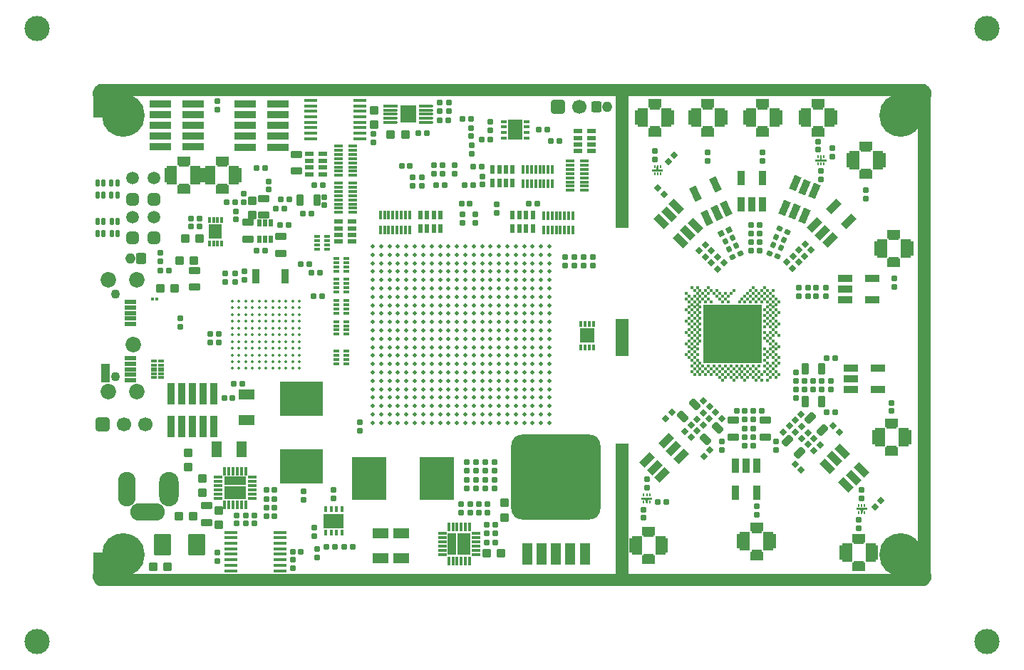
<source format=gts>
G04 Layer_Color=8388736*
%FSLAX44Y44*%
%MOMM*%
G71*
G01*
G75*
%ADD114R,7.0000X7.0000*%
%ADD128C,0.5000*%
%ADD179R,1.8500X2.1500*%
G04:AMPARAMS|DCode=180|XSize=1.4mm|YSize=0.9mm|CornerRadius=0.15mm|HoleSize=0mm|Usage=FLASHONLY|Rotation=0.000|XOffset=0mm|YOffset=0mm|HoleType=Round|Shape=RoundedRectangle|*
%AMROUNDEDRECTD180*
21,1,1.4000,0.6000,0,0,0.0*
21,1,1.1000,0.9000,0,0,0.0*
1,1,0.3000,0.5500,-0.3000*
1,1,0.3000,-0.5500,-0.3000*
1,1,0.3000,-0.5500,0.3000*
1,1,0.3000,0.5500,0.3000*
%
%ADD180ROUNDEDRECTD180*%
G04:AMPARAMS|DCode=181|XSize=1.4mm|YSize=0.9mm|CornerRadius=0.15mm|HoleSize=0mm|Usage=FLASHONLY|Rotation=90.000|XOffset=0mm|YOffset=0mm|HoleType=Round|Shape=RoundedRectangle|*
%AMROUNDEDRECTD181*
21,1,1.4000,0.6000,0,0,90.0*
21,1,1.1000,0.9000,0,0,90.0*
1,1,0.3000,0.3000,0.5500*
1,1,0.3000,0.3000,-0.5500*
1,1,0.3000,-0.3000,-0.5500*
1,1,0.3000,-0.3000,0.5500*
%
%ADD181ROUNDEDRECTD181*%
%ADD182R,0.4000X0.4500*%
%ADD183R,0.3500X0.7000*%
%ADD184R,1.6000X1.7000*%
G04:AMPARAMS|DCode=185|XSize=0.7mm|YSize=0.7mm|CornerRadius=0.11mm|HoleSize=0mm|Usage=FLASHONLY|Rotation=0.000|XOffset=0mm|YOffset=0mm|HoleType=Round|Shape=RoundedRectangle|*
%AMROUNDEDRECTD185*
21,1,0.7000,0.4800,0,0,0.0*
21,1,0.4800,0.7000,0,0,0.0*
1,1,0.2200,0.2400,-0.2400*
1,1,0.2200,-0.2400,-0.2400*
1,1,0.2200,-0.2400,0.2400*
1,1,0.2200,0.2400,0.2400*
%
%ADD185ROUNDEDRECTD185*%
G04:AMPARAMS|DCode=186|XSize=1.7mm|YSize=2mm|CornerRadius=0.25mm|HoleSize=0mm|Usage=FLASHONLY|Rotation=180.000|XOffset=0mm|YOffset=0mm|HoleType=Round|Shape=RoundedRectangle|*
%AMROUNDEDRECTD186*
21,1,1.7000,1.5000,0,0,180.0*
21,1,1.2000,2.0000,0,0,180.0*
1,1,0.5000,-0.6000,0.7500*
1,1,0.5000,0.6000,0.7500*
1,1,0.5000,0.6000,-0.7500*
1,1,0.5000,-0.6000,-0.7500*
%
%ADD186ROUNDEDRECTD186*%
%ADD187O,1.7000X0.4000*%
G04:AMPARAMS|DCode=188|XSize=1.7mm|YSize=0.4mm|CornerRadius=0.0875mm|HoleSize=0mm|Usage=FLASHONLY|Rotation=0.000|XOffset=0mm|YOffset=0mm|HoleType=Round|Shape=RoundedRectangle|*
%AMROUNDEDRECTD188*
21,1,1.7000,0.2250,0,0,0.0*
21,1,1.5250,0.4000,0,0,0.0*
1,1,0.1750,0.7625,-0.1125*
1,1,0.1750,-0.7625,-0.1125*
1,1,0.1750,-0.7625,0.1125*
1,1,0.1750,0.7625,0.1125*
%
%ADD188ROUNDEDRECTD188*%
G04:AMPARAMS|DCode=189|XSize=0.6mm|YSize=0.7mm|CornerRadius=0.1mm|HoleSize=0mm|Usage=FLASHONLY|Rotation=180.000|XOffset=0mm|YOffset=0mm|HoleType=Round|Shape=RoundedRectangle|*
%AMROUNDEDRECTD189*
21,1,0.6000,0.5000,0,0,180.0*
21,1,0.4000,0.7000,0,0,180.0*
1,1,0.2000,-0.2000,0.2500*
1,1,0.2000,0.2000,0.2500*
1,1,0.2000,0.2000,-0.2500*
1,1,0.2000,-0.2000,-0.2500*
%
%ADD189ROUNDEDRECTD189*%
%ADD190R,1.3000X1.3000*%
%ADD191R,1.3000X2.2500*%
%ADD192R,1.6500X1.1000*%
%ADD193R,1.3000X1.7000*%
G04:AMPARAMS|DCode=194|XSize=0.6mm|YSize=0.7mm|CornerRadius=0.1mm|HoleSize=0mm|Usage=FLASHONLY|Rotation=90.000|XOffset=0mm|YOffset=0mm|HoleType=Round|Shape=RoundedRectangle|*
%AMROUNDEDRECTD194*
21,1,0.6000,0.5000,0,0,90.0*
21,1,0.4000,0.7000,0,0,90.0*
1,1,0.2000,0.2500,0.2000*
1,1,0.2000,0.2500,-0.2000*
1,1,0.2000,-0.2500,-0.2000*
1,1,0.2000,-0.2500,0.2000*
%
%ADD194ROUNDEDRECTD194*%
G04:AMPARAMS|DCode=195|XSize=0.6mm|YSize=0.7mm|CornerRadius=0.1mm|HoleSize=0mm|Usage=FLASHONLY|Rotation=135.000|XOffset=0mm|YOffset=0mm|HoleType=Round|Shape=RoundedRectangle|*
%AMROUNDEDRECTD195*
21,1,0.6000,0.5000,0,0,135.0*
21,1,0.4000,0.7000,0,0,135.0*
1,1,0.2000,0.0354,0.3182*
1,1,0.2000,0.3182,0.0354*
1,1,0.2000,-0.0354,-0.3182*
1,1,0.2000,-0.3182,-0.0354*
%
%ADD195ROUNDEDRECTD195*%
G04:AMPARAMS|DCode=196|XSize=0.7mm|YSize=0.7mm|CornerRadius=0.11mm|HoleSize=0mm|Usage=FLASHONLY|Rotation=270.000|XOffset=0mm|YOffset=0mm|HoleType=Round|Shape=RoundedRectangle|*
%AMROUNDEDRECTD196*
21,1,0.7000,0.4800,0,0,270.0*
21,1,0.4800,0.7000,0,0,270.0*
1,1,0.2200,-0.2400,-0.2400*
1,1,0.2200,-0.2400,0.2400*
1,1,0.2200,0.2400,0.2400*
1,1,0.2200,0.2400,-0.2400*
%
%ADD196ROUNDEDRECTD196*%
%ADD197R,0.8000X0.4000*%
%ADD198R,1.7000X2.4500*%
%ADD199C,3.0000*%
%ADD200R,1.6500X4.4000*%
%ADD201R,1.6500X15.7000*%
%ADD202R,1.6500X58.2000*%
%ADD203R,1.6500X15.9750*%
%ADD204C,0.3500*%
%ADD205R,1.4500X0.5000*%
%ADD206R,1.0800X2.2800*%
G04:AMPARAMS|DCode=207|XSize=1.1mm|YSize=1mm|CornerRadius=0.1625mm|HoleSize=0mm|Usage=FLASHONLY|Rotation=90.000|XOffset=0mm|YOffset=0mm|HoleType=Round|Shape=RoundedRectangle|*
%AMROUNDEDRECTD207*
21,1,1.1000,0.6750,0,0,90.0*
21,1,0.7750,1.0000,0,0,90.0*
1,1,0.3250,0.3375,0.3875*
1,1,0.3250,0.3375,-0.3875*
1,1,0.3250,-0.3375,-0.3875*
1,1,0.3250,-0.3375,0.3875*
%
%ADD207ROUNDEDRECTD207*%
G04:AMPARAMS|DCode=208|XSize=1.1mm|YSize=1mm|CornerRadius=0.1625mm|HoleSize=0mm|Usage=FLASHONLY|Rotation=180.000|XOffset=0mm|YOffset=0mm|HoleType=Round|Shape=RoundedRectangle|*
%AMROUNDEDRECTD208*
21,1,1.1000,0.6750,0,0,180.0*
21,1,0.7750,1.0000,0,0,180.0*
1,1,0.3250,-0.3875,0.3375*
1,1,0.3250,0.3875,0.3375*
1,1,0.3250,0.3875,-0.3375*
1,1,0.3250,-0.3875,-0.3375*
%
%ADD208ROUNDEDRECTD208*%
%ADD209C,0.4800*%
%ADD210R,0.7750X0.3000*%
%ADD211R,0.7750X0.5000*%
%ADD212R,1.7500X0.8600*%
G04:AMPARAMS|DCode=213|XSize=0.6mm|YSize=0.7mm|CornerRadius=0.1mm|HoleSize=0mm|Usage=FLASHONLY|Rotation=337.500|XOffset=0mm|YOffset=0mm|HoleType=Round|Shape=RoundedRectangle|*
%AMROUNDEDRECTD213*
21,1,0.6000,0.5000,0,0,337.5*
21,1,0.4000,0.7000,0,0,337.5*
1,1,0.2000,0.0891,-0.3075*
1,1,0.2000,-0.2804,-0.1544*
1,1,0.2000,-0.0891,0.3075*
1,1,0.2000,0.2804,0.1544*
%
%ADD213ROUNDEDRECTD213*%
G04:AMPARAMS|DCode=214|XSize=0.6mm|YSize=0.7mm|CornerRadius=0.1mm|HoleSize=0mm|Usage=FLASHONLY|Rotation=225.000|XOffset=0mm|YOffset=0mm|HoleType=Round|Shape=RoundedRectangle|*
%AMROUNDEDRECTD214*
21,1,0.6000,0.5000,0,0,225.0*
21,1,0.4000,0.7000,0,0,225.0*
1,1,0.2000,-0.3182,0.0354*
1,1,0.2000,-0.0354,0.3182*
1,1,0.2000,0.3182,-0.0354*
1,1,0.2000,0.0354,-0.3182*
%
%ADD214ROUNDEDRECTD214*%
%ADD215R,0.8600X1.7500*%
G04:AMPARAMS|DCode=216|XSize=0.86mm|YSize=1.75mm|CornerRadius=0mm|HoleSize=0mm|Usage=FLASHONLY|Rotation=25.000|XOffset=0mm|YOffset=0mm|HoleType=Round|Shape=Rectangle|*
%AMROTATEDRECTD216*
4,1,4,-0.0199,-0.9748,-0.7595,0.6113,0.0199,0.9748,0.7595,-0.6113,-0.0199,-0.9748,0.0*
%
%ADD216ROTATEDRECTD216*%

G04:AMPARAMS|DCode=217|XSize=0.86mm|YSize=1.75mm|CornerRadius=0mm|HoleSize=0mm|Usage=FLASHONLY|Rotation=225.000|XOffset=0mm|YOffset=0mm|HoleType=Round|Shape=Rectangle|*
%AMROTATEDRECTD217*
4,1,4,-0.3147,0.9228,0.9228,-0.3147,0.3147,-0.9228,-0.9228,0.3147,-0.3147,0.9228,0.0*
%
%ADD217ROTATEDRECTD217*%

G04:AMPARAMS|DCode=218|XSize=0.86mm|YSize=1.75mm|CornerRadius=0mm|HoleSize=0mm|Usage=FLASHONLY|Rotation=315.000|XOffset=0mm|YOffset=0mm|HoleType=Round|Shape=Rectangle|*
%AMROTATEDRECTD218*
4,1,4,-0.9228,-0.3147,0.3147,0.9228,0.9228,0.3147,-0.3147,-0.9228,-0.9228,-0.3147,0.0*
%
%ADD218ROTATEDRECTD218*%

G04:AMPARAMS|DCode=219|XSize=0.86mm|YSize=1.75mm|CornerRadius=0mm|HoleSize=0mm|Usage=FLASHONLY|Rotation=157.500|XOffset=0mm|YOffset=0mm|HoleType=Round|Shape=Rectangle|*
%AMROTATEDRECTD219*
4,1,4,0.7321,0.6438,0.0624,-0.9729,-0.7321,-0.6438,-0.0624,0.9729,0.7321,0.6438,0.0*
%
%ADD219ROTATEDRECTD219*%

G04:AMPARAMS|DCode=220|XSize=0.7mm|YSize=0.7mm|CornerRadius=0.11mm|HoleSize=0mm|Usage=FLASHONLY|Rotation=45.000|XOffset=0mm|YOffset=0mm|HoleType=Round|Shape=RoundedRectangle|*
%AMROUNDEDRECTD220*
21,1,0.7000,0.4800,0,0,45.0*
21,1,0.4800,0.7000,0,0,45.0*
1,1,0.2200,0.3394,0.0000*
1,1,0.2200,0.0000,-0.3394*
1,1,0.2200,-0.3394,0.0000*
1,1,0.2200,0.0000,0.3394*
%
%ADD220ROUNDEDRECTD220*%
G04:AMPARAMS|DCode=221|XSize=0.7mm|YSize=0.7mm|CornerRadius=0.11mm|HoleSize=0mm|Usage=FLASHONLY|Rotation=115.000|XOffset=0mm|YOffset=0mm|HoleType=Round|Shape=RoundedRectangle|*
%AMROUNDEDRECTD221*
21,1,0.7000,0.4800,0,0,115.0*
21,1,0.4800,0.7000,0,0,115.0*
1,1,0.2200,0.1161,0.3189*
1,1,0.2200,0.3189,-0.1161*
1,1,0.2200,-0.1161,-0.3189*
1,1,0.2200,-0.3189,0.1161*
%
%ADD221ROUNDEDRECTD221*%
G04:AMPARAMS|DCode=222|XSize=0.7mm|YSize=0.7mm|CornerRadius=0.11mm|HoleSize=0mm|Usage=FLASHONLY|Rotation=135.000|XOffset=0mm|YOffset=0mm|HoleType=Round|Shape=RoundedRectangle|*
%AMROUNDEDRECTD222*
21,1,0.7000,0.4800,0,0,135.0*
21,1,0.4800,0.7000,0,0,135.0*
1,1,0.2200,0.0000,0.3394*
1,1,0.2200,0.3394,0.0000*
1,1,0.2200,0.0000,-0.3394*
1,1,0.2200,-0.3394,0.0000*
%
%ADD222ROUNDEDRECTD222*%
G04:AMPARAMS|DCode=223|XSize=0.6mm|YSize=0.7mm|CornerRadius=0.1mm|HoleSize=0mm|Usage=FLASHONLY|Rotation=25.000|XOffset=0mm|YOffset=0mm|HoleType=Round|Shape=RoundedRectangle|*
%AMROUNDEDRECTD223*
21,1,0.6000,0.5000,0,0,25.0*
21,1,0.4000,0.7000,0,0,25.0*
1,1,0.2000,0.2869,-0.1421*
1,1,0.2000,-0.0756,-0.3111*
1,1,0.2000,-0.2869,0.1421*
1,1,0.2000,0.0756,0.3111*
%
%ADD223ROUNDEDRECTD223*%
G04:AMPARAMS|DCode=224|XSize=0.6mm|YSize=0.7mm|CornerRadius=0.1mm|HoleSize=0mm|Usage=FLASHONLY|Rotation=115.000|XOffset=0mm|YOffset=0mm|HoleType=Round|Shape=RoundedRectangle|*
%AMROUNDEDRECTD224*
21,1,0.6000,0.5000,0,0,115.0*
21,1,0.4000,0.7000,0,0,115.0*
1,1,0.2000,0.1421,0.2869*
1,1,0.2000,0.3111,-0.0756*
1,1,0.2000,-0.1421,-0.2869*
1,1,0.2000,-0.3111,0.0756*
%
%ADD224ROUNDEDRECTD224*%
G04:AMPARAMS|DCode=225|XSize=0.6mm|YSize=0.7mm|CornerRadius=0.1mm|HoleSize=0mm|Usage=FLASHONLY|Rotation=67.500|XOffset=0mm|YOffset=0mm|HoleType=Round|Shape=RoundedRectangle|*
%AMROUNDEDRECTD225*
21,1,0.6000,0.5000,0,0,67.5*
21,1,0.4000,0.7000,0,0,67.5*
1,1,0.2000,0.3075,0.0891*
1,1,0.2000,0.1544,-0.2804*
1,1,0.2000,-0.3075,-0.0891*
1,1,0.2000,-0.1544,0.2804*
%
%ADD225ROUNDEDRECTD225*%
%ADD226R,0.7000X0.4500*%
%ADD227R,0.7000X0.4000*%
%ADD228R,0.9000X1.8000*%
%ADD229R,4.1000X5.1000*%
%ADD230R,0.3500X1.1000*%
%ADD231R,1.1000X0.3500*%
%ADD232R,1.5000X2.6500*%
%ADD233R,1.0000X2.6500*%
G04:AMPARAMS|DCode=234|XSize=1.9mm|YSize=1.25mm|CornerRadius=0.1938mm|HoleSize=0mm|Usage=FLASHONLY|Rotation=180.000|XOffset=0mm|YOffset=0mm|HoleType=Round|Shape=RoundedRectangle|*
%AMROUNDEDRECTD234*
21,1,1.9000,0.8625,0,0,180.0*
21,1,1.5125,1.2500,0,0,180.0*
1,1,0.3875,-0.7562,0.4313*
1,1,0.3875,0.7562,0.4313*
1,1,0.3875,0.7562,-0.4313*
1,1,0.3875,-0.7562,-0.4313*
%
%ADD234ROUNDEDRECTD234*%
%ADD235R,0.4500X1.0500*%
%ADD236R,1.0500X0.4500*%
%ADD237R,1.0500X0.5000*%
%ADD238R,0.5000X1.0500*%
G04:AMPARAMS|DCode=239|XSize=1.4mm|YSize=0.9mm|CornerRadius=0.15mm|HoleSize=0mm|Usage=FLASHONLY|Rotation=315.000|XOffset=0mm|YOffset=0mm|HoleType=Round|Shape=RoundedRectangle|*
%AMROUNDEDRECTD239*
21,1,1.4000,0.6000,0,0,315.0*
21,1,1.1000,0.9000,0,0,315.0*
1,1,0.3000,0.1768,-0.6010*
1,1,0.3000,-0.6010,0.1768*
1,1,0.3000,-0.1768,0.6010*
1,1,0.3000,0.6010,-0.1768*
%
%ADD239ROUNDEDRECTD239*%
G04:AMPARAMS|DCode=240|XSize=1.4mm|YSize=0.9mm|CornerRadius=0.15mm|HoleSize=0mm|Usage=FLASHONLY|Rotation=45.000|XOffset=0mm|YOffset=0mm|HoleType=Round|Shape=RoundedRectangle|*
%AMROUNDEDRECTD240*
21,1,1.4000,0.6000,0,0,45.0*
21,1,1.1000,0.9000,0,0,45.0*
1,1,0.3000,0.6010,0.1768*
1,1,0.3000,-0.1768,-0.6010*
1,1,0.3000,-0.6010,-0.1768*
1,1,0.3000,0.1768,0.6010*
%
%ADD240ROUNDEDRECTD240*%
G04:AMPARAMS|DCode=241|XSize=1.9mm|YSize=1.25mm|CornerRadius=0.1938mm|HoleSize=0mm|Usage=FLASHONLY|Rotation=90.000|XOffset=0mm|YOffset=0mm|HoleType=Round|Shape=RoundedRectangle|*
%AMROUNDEDRECTD241*
21,1,1.9000,0.8625,0,0,90.0*
21,1,1.5125,1.2500,0,0,90.0*
1,1,0.3875,0.4313,0.7562*
1,1,0.3875,0.4313,-0.7562*
1,1,0.3875,-0.4313,-0.7562*
1,1,0.3875,-0.4313,0.7562*
%
%ADD241ROUNDEDRECTD241*%
%ADD242R,2.6500X1.5000*%
%ADD243R,2.6500X1.0000*%
%ADD244R,5.1000X4.1000*%
G04:AMPARAMS|DCode=245|XSize=10.1mm|YSize=10.6mm|CornerRadius=1.3mm|HoleSize=0mm|Usage=FLASHONLY|Rotation=270.000|XOffset=0mm|YOffset=0mm|HoleType=Round|Shape=RoundedRectangle|*
%AMROUNDEDRECTD245*
21,1,10.1000,8.0000,0,0,270.0*
21,1,7.5000,10.6000,0,0,270.0*
1,1,2.6000,-4.0000,-3.7500*
1,1,2.6000,-4.0000,3.7500*
1,1,2.6000,4.0000,3.7500*
1,1,2.6000,4.0000,-3.7500*
%
%ADD245ROUNDEDRECTD245*%
G04:AMPARAMS|DCode=246|XSize=2.6mm|YSize=1.2mm|CornerRadius=0.1875mm|HoleSize=0mm|Usage=FLASHONLY|Rotation=270.000|XOffset=0mm|YOffset=0mm|HoleType=Round|Shape=RoundedRectangle|*
%AMROUNDEDRECTD246*
21,1,2.6000,0.8250,0,0,270.0*
21,1,2.2250,1.2000,0,0,270.0*
1,1,0.3750,-0.4125,-1.1125*
1,1,0.3750,-0.4125,1.1125*
1,1,0.3750,0.4125,1.1125*
1,1,0.3750,0.4125,-1.1125*
%
%ADD246ROUNDEDRECTD246*%
%ADD247R,1.7000X1.7000*%
%ADD248R,0.3500X0.7250*%
G04:AMPARAMS|DCode=249|XSize=2.6mm|YSize=2.1mm|CornerRadius=0.3mm|HoleSize=0mm|Usage=FLASHONLY|Rotation=90.000|XOffset=0mm|YOffset=0mm|HoleType=Round|Shape=RoundedRectangle|*
%AMROUNDEDRECTD249*
21,1,2.6000,1.5000,0,0,90.0*
21,1,2.0000,2.1000,0,0,90.0*
1,1,0.6000,0.7500,1.0000*
1,1,0.6000,0.7500,-1.0000*
1,1,0.6000,-0.7500,-1.0000*
1,1,0.6000,-0.7500,1.0000*
%
%ADD249ROUNDEDRECTD249*%
%ADD250R,0.8500X2.5000*%
%ADD251R,2.5000X0.8500*%
%ADD252R,1.4000X2.7000*%
%ADD253R,1.6000X0.4500*%
%ADD254R,0.5000X0.9500*%
G04:AMPARAMS|DCode=255|XSize=0.8mm|YSize=0.5mm|CornerRadius=0.1mm|HoleSize=0mm|Usage=FLASHONLY|Rotation=270.000|XOffset=0mm|YOffset=0mm|HoleType=Round|Shape=RoundedRectangle|*
%AMROUNDEDRECTD255*
21,1,0.8000,0.3000,0,0,270.0*
21,1,0.6000,0.5000,0,0,270.0*
1,1,0.2000,-0.1500,-0.3000*
1,1,0.2000,-0.1500,0.3000*
1,1,0.2000,0.1500,0.3000*
1,1,0.2000,0.1500,-0.3000*
%
%ADD255ROUNDEDRECTD255*%
%ADD256R,0.4000X0.8000*%
%ADD257R,2.4500X1.7000*%
%ADD258R,0.2500X0.4500*%
%ADD259C,0.4100*%
%ADD260C,0.7604*%
%ADD261O,4.1000X2.1000*%
%ADD262O,2.3000X4.1000*%
%ADD263O,2.1000X4.1000*%
G04:AMPARAMS|DCode=264|XSize=1.3mm|YSize=1.2mm|CornerRadius=0.1875mm|HoleSize=0mm|Usage=FLASHONLY|Rotation=90.000|XOffset=0mm|YOffset=0mm|HoleType=Round|Shape=RoundedRectangle|*
%AMROUNDEDRECTD264*
21,1,1.3000,0.8250,0,0,90.0*
21,1,0.9250,1.2000,0,0,90.0*
1,1,0.3750,0.4125,0.4625*
1,1,0.3750,0.4125,-0.4625*
1,1,0.3750,-0.4125,-0.4625*
1,1,0.3750,-0.4125,0.4625*
%
%ADD264ROUNDEDRECTD264*%
%ADD265O,1.2000X1.3000*%
%ADD266C,1.1000*%
%ADD267C,1.8500*%
G04:AMPARAMS|DCode=268|XSize=1.5mm|YSize=1.5mm|CornerRadius=0.4mm|HoleSize=0mm|Usage=FLASHONLY|Rotation=90.000|XOffset=0mm|YOffset=0mm|HoleType=Round|Shape=RoundedRectangle|*
%AMROUNDEDRECTD268*
21,1,1.5000,0.7000,0,0,90.0*
21,1,0.7000,1.5000,0,0,90.0*
1,1,0.8000,0.3500,0.3500*
1,1,0.8000,0.3500,-0.3500*
1,1,0.8000,-0.3500,-0.3500*
1,1,0.8000,-0.3500,0.3500*
%
%ADD268ROUNDEDRECTD268*%
%ADD269C,1.5000*%
%ADD270C,5.1000*%
%ADD271C,1.7000*%
G04:AMPARAMS|DCode=272|XSize=1.624mm|YSize=1.624mm|CornerRadius=0.2405mm|HoleSize=0mm|Usage=FLASHONLY|Rotation=90.000|XOffset=0mm|YOffset=0mm|HoleType=Round|Shape=RoundedRectangle|*
%AMROUNDEDRECTD272*
21,1,1.6240,1.1430,0,0,90.0*
21,1,1.1430,1.6240,0,0,90.0*
1,1,0.4810,0.5715,0.5715*
1,1,0.4810,0.5715,-0.5715*
1,1,0.4810,-0.5715,-0.5715*
1,1,0.4810,-0.5715,0.5715*
%
%ADD272ROUNDEDRECTD272*%
G36*
X666098Y106743D02*
X666192Y106714D01*
X666279Y106668D01*
X666355Y106605D01*
X666418Y106529D01*
X666464Y106442D01*
X666493Y106348D01*
X666502Y106250D01*
Y104750D01*
X666493Y104652D01*
X666475Y104595D01*
X666464Y104558D01*
X666464Y104558D01*
D01*
X666418Y104471D01*
X666369Y104411D01*
X666355Y104395D01*
X666355D01*
Y104395D01*
X666339Y104381D01*
X666279Y104332D01*
X666192Y104286D01*
D01*
X666192Y104286D01*
X666155Y104275D01*
X666098Y104257D01*
X666000Y104248D01*
X661958Y104247D01*
X661253Y103541D01*
X661252Y101500D01*
X661250Y101471D01*
X661243Y101402D01*
X661214Y101308D01*
D01*
X661214Y101308D01*
X661186Y101255D01*
X661168Y101221D01*
X661168Y101221D01*
X661168Y101221D01*
X661133Y101178D01*
X661105Y101145D01*
X661105Y101145D01*
X661105Y101145D01*
X661072Y101117D01*
X661029Y101082D01*
X661029Y101082D01*
X661029Y101082D01*
X660995Y101064D01*
X660942Y101036D01*
X660942Y101036D01*
D01*
X660848Y101007D01*
X660779Y101000D01*
X660750Y100998D01*
X659250D01*
X659250D01*
X659250D01*
X659221Y101000D01*
X659152Y101007D01*
X659058Y101036D01*
D01*
X659058Y101036D01*
X659005Y101064D01*
X658971Y101082D01*
X658971Y101082D01*
X658971Y101082D01*
X658928Y101117D01*
X658895Y101145D01*
X658895Y101145D01*
X658895Y101145D01*
X658867Y101178D01*
X658832Y101221D01*
X658832Y101221D01*
X658832Y101221D01*
X658814Y101255D01*
X658786Y101308D01*
X658786Y101308D01*
D01*
X658757Y101402D01*
X658750Y101471D01*
X658748Y101500D01*
Y101500D01*
Y101500D01*
X658748Y103542D01*
X658042Y104247D01*
X654000Y104248D01*
X653902Y104257D01*
X653845Y104275D01*
X653808Y104286D01*
X653808Y104286D01*
D01*
X653721Y104332D01*
X653661Y104381D01*
X653645Y104395D01*
Y104395D01*
X653645D01*
X653631Y104411D01*
X653582Y104471D01*
X653536Y104558D01*
D01*
X653536Y104558D01*
X653525Y104595D01*
X653507Y104652D01*
X653498Y104750D01*
Y106250D01*
X653507Y106348D01*
X653536Y106442D01*
X653582Y106529D01*
X653645Y106605D01*
X653721Y106668D01*
X653808Y106714D01*
X653902Y106743D01*
X654000Y106752D01*
X666000D01*
X666098Y106743D01*
D02*
G37*
G36*
X921598Y94493D02*
X921692Y94464D01*
X921779Y94418D01*
X921855Y94355D01*
X921918Y94279D01*
X921964Y94192D01*
X921993Y94098D01*
X922002Y94000D01*
Y92500D01*
X921993Y92402D01*
X921975Y92345D01*
X921964Y92308D01*
X921964Y92308D01*
D01*
X921918Y92221D01*
X921869Y92162D01*
X921855Y92145D01*
X921855D01*
Y92145D01*
X921839Y92131D01*
X921779Y92082D01*
X921692Y92036D01*
D01*
X921692Y92036D01*
X921655Y92025D01*
X921598Y92007D01*
X921500Y91998D01*
X917458Y91997D01*
X916753Y91292D01*
X916752Y89250D01*
X916749Y89221D01*
X916743Y89152D01*
X916714Y89058D01*
D01*
X916714Y89058D01*
X916686Y89005D01*
X916668Y88971D01*
X916668Y88971D01*
X916668Y88971D01*
X916633Y88928D01*
X916605Y88895D01*
X916605Y88895D01*
X916605Y88895D01*
X916572Y88867D01*
X916529Y88832D01*
X916529Y88832D01*
X916529Y88832D01*
X916495Y88814D01*
X916442Y88786D01*
X916442Y88786D01*
D01*
X916348Y88757D01*
X916279Y88750D01*
X916250Y88748D01*
X914750D01*
X914750D01*
X914750D01*
X914721Y88750D01*
X914652Y88757D01*
X914558Y88786D01*
D01*
X914558Y88786D01*
X914505Y88814D01*
X914471Y88832D01*
X914471Y88832D01*
X914471Y88832D01*
X914428Y88867D01*
X914395Y88895D01*
X914395Y88895D01*
X914395Y88895D01*
X914367Y88928D01*
X914332Y88971D01*
X914332Y88971D01*
X914332Y88971D01*
X914314Y89005D01*
X914286Y89058D01*
X914286Y89058D01*
D01*
X914257Y89152D01*
X914250Y89221D01*
X914248Y89250D01*
Y89250D01*
Y89250D01*
X914248Y91292D01*
X913542Y91997D01*
X909500Y91998D01*
X909402Y92007D01*
X909345Y92025D01*
X909308Y92036D01*
X909308Y92036D01*
D01*
X909221Y92082D01*
X909161Y92131D01*
X909145Y92145D01*
Y92145D01*
X909145D01*
X909131Y92162D01*
X909082Y92221D01*
X909036Y92308D01*
D01*
X909036Y92308D01*
X909025Y92345D01*
X909007Y92402D01*
X908998Y92500D01*
Y94000D01*
X909007Y94098D01*
X909036Y94192D01*
X909082Y94279D01*
X909145Y94355D01*
X909221Y94418D01*
X909308Y94464D01*
X909402Y94493D01*
X909500Y94502D01*
X921500D01*
X921598Y94493D01*
D02*
G37*
G36*
X989131Y41494D02*
X989259Y41468D01*
X989383Y41426D01*
X989501Y41368D01*
X989610Y41295D01*
X989709Y41209D01*
X989795Y41110D01*
X989868Y41001D01*
X989926Y40883D01*
X989968Y40759D01*
X989994Y40631D01*
X990002Y40500D01*
Y16252D01*
X997250D01*
X997381Y16244D01*
X997509Y16218D01*
X997634Y16176D01*
X997751Y16118D01*
X997860Y16045D01*
X997959Y15959D01*
X998045Y15860D01*
X998118Y15751D01*
X998176Y15633D01*
X998218Y15509D01*
X998243Y15381D01*
X998252Y15250D01*
Y12500D01*
Y11490D01*
X998250Y11458D01*
Y11425D01*
X998246Y11392D01*
X998243Y11360D01*
X998237Y11328D01*
X998233Y11295D01*
X997839Y9315D01*
X997830Y9283D01*
X997824Y9251D01*
X997814Y9220D01*
X997805Y9188D01*
X997793Y9158D01*
X997782Y9127D01*
X997009Y7261D01*
X996995Y7232D01*
X996982Y7201D01*
X996966Y7173D01*
X996951Y7144D01*
X996933Y7116D01*
X996917Y7088D01*
X995795Y5409D01*
X995775Y5383D01*
X995757Y5356D01*
X995735Y5331D01*
X995715Y5305D01*
X995692Y5282D01*
X995670Y5257D01*
X994243Y3830D01*
X994218Y3808D01*
X994195Y3785D01*
X994169Y3765D01*
X994144Y3743D01*
X994117Y3725D01*
X994091Y3705D01*
X992412Y2583D01*
X992383Y2567D01*
X992356Y2549D01*
X992327Y2534D01*
X992298Y2518D01*
X992268Y2505D01*
X992239Y2491D01*
X990373Y1718D01*
X990342Y1708D01*
X990312Y1695D01*
X990280Y1686D01*
X990249Y1676D01*
X990217Y1670D01*
X990185Y1661D01*
X988205Y1267D01*
X988172Y1263D01*
X988140Y1256D01*
X988108Y1254D01*
X988075Y1250D01*
X988042D01*
X988009Y1248D01*
X985000D01*
X985000Y1248D01*
X15000Y1248D01*
D01*
X11990D01*
X11958Y1250D01*
X11925D01*
X11892Y1254D01*
X11860Y1256D01*
X11827Y1263D01*
X11795Y1267D01*
X9815Y1661D01*
X9783Y1669D01*
X9751Y1676D01*
X9720Y1686D01*
X9688Y1695D01*
X9658Y1707D01*
X9627Y1718D01*
X7761Y2491D01*
X7732Y2505D01*
X7702Y2518D01*
X7673Y2534D01*
X7644Y2549D01*
X7617Y2567D01*
X7588Y2583D01*
X5909Y3705D01*
X5883Y3725D01*
X5856Y3743D01*
X5831Y3765D01*
X5805Y3785D01*
X5782Y3808D01*
X5757Y3830D01*
X4330Y5257D01*
X4308Y5282D01*
X4285Y5305D01*
X4265Y5331D01*
X4243Y5356D01*
X4225Y5383D01*
X4205Y5409D01*
X3083Y7088D01*
X3067Y7116D01*
X3049Y7144D01*
X3034Y7173D01*
X3018Y7201D01*
X3005Y7232D01*
X2991Y7261D01*
X2218Y9127D01*
X2208Y9158D01*
X2195Y9188D01*
X2186Y9220D01*
X2176Y9251D01*
X2169Y9283D01*
X2161Y9315D01*
X1767Y11295D01*
X1763Y11328D01*
X1757Y11360D01*
X1754Y11392D01*
X1750Y11425D01*
Y11458D01*
X1748Y11490D01*
Y12500D01*
Y15250D01*
X1757Y15381D01*
X1782Y15509D01*
X1824Y15633D01*
X1882Y15751D01*
X1955Y15860D01*
X2041Y15959D01*
X2140Y16045D01*
X2249Y16118D01*
X2367Y16176D01*
X2491Y16218D01*
X2619Y16243D01*
X2750Y16252D01*
X9998D01*
Y40500D01*
X10007Y40631D01*
X10032Y40759D01*
X10074Y40883D01*
X10132Y41001D01*
X10205Y41110D01*
X10291Y41209D01*
X10390Y41295D01*
X10499Y41368D01*
X10617Y41426D01*
X10741Y41468D01*
X10869Y41494D01*
X11000Y41502D01*
X11131Y41494D01*
X11259Y41468D01*
X11384Y41426D01*
X11501Y41368D01*
X11610Y41295D01*
X11709Y41209D01*
X36665Y16252D01*
X963335Y16252D01*
X988291Y41209D01*
X988390Y41295D01*
X988499Y41368D01*
X988616Y41426D01*
X988741Y41468D01*
X988869Y41494D01*
X989000Y41502D01*
X989131Y41494D01*
D02*
G37*
G36*
X15000Y598752D02*
X988000Y598752D01*
X988009D01*
X988042Y598750D01*
X988075D01*
X988108Y598746D01*
X988140Y598744D01*
X988172Y598737D01*
X988205Y598733D01*
X990185Y598339D01*
X990217Y598330D01*
X990249Y598324D01*
X990280Y598314D01*
X990312Y598305D01*
X990342Y598293D01*
X990373Y598282D01*
X992239Y597509D01*
X992268Y597495D01*
X992298Y597482D01*
X992327Y597466D01*
X992356Y597451D01*
X992383Y597433D01*
X992412Y597417D01*
X994091Y596295D01*
X994117Y596275D01*
X994144Y596257D01*
X994169Y596235D01*
X994195Y596215D01*
X994218Y596192D01*
X994243Y596170D01*
X995670Y594743D01*
X995692Y594718D01*
X995715Y594695D01*
X995735Y594669D01*
X995757Y594644D01*
X995775Y594617D01*
X995795Y594591D01*
X996917Y592912D01*
X996933Y592883D01*
X996951Y592856D01*
X996966Y592827D01*
X996982Y592798D01*
X996995Y592768D01*
X997009Y592739D01*
X997782Y590873D01*
X997792Y590842D01*
X997805Y590812D01*
X997813Y590780D01*
X997824Y590749D01*
X997830Y590717D01*
X997839Y590685D01*
X998233Y588705D01*
X998237Y588672D01*
X998243Y588640D01*
X998246Y588608D01*
X998250Y588575D01*
Y588542D01*
X998252Y588509D01*
Y587500D01*
Y584500D01*
X998243Y584369D01*
X998218Y584241D01*
X998176Y584117D01*
X998118Y583999D01*
X998045Y583890D01*
X997959Y583791D01*
X997860Y583705D01*
X997751Y583632D01*
X997634Y583574D01*
X997509Y583532D01*
X997381Y583507D01*
X997250Y583498D01*
X990002D01*
Y559500D01*
X989994Y559369D01*
X989968Y559241D01*
X989926Y559117D01*
X989868Y558999D01*
X989795Y558890D01*
X989709Y558791D01*
X989610Y558705D01*
X989501Y558632D01*
X989383Y558574D01*
X989259Y558532D01*
X989131Y558507D01*
X989000Y558498D01*
X988869Y558507D01*
X988741Y558532D01*
X988616Y558574D01*
X988499Y558632D01*
X988390Y558705D01*
X988291Y558791D01*
X963335Y583748D01*
X36665Y583748D01*
X11709Y558791D01*
X11610Y558705D01*
X11501Y558632D01*
X11384Y558574D01*
X11259Y558532D01*
X11131Y558507D01*
X11000Y558498D01*
X10869Y558507D01*
X10741Y558532D01*
X10617Y558574D01*
X10499Y558632D01*
X10390Y558705D01*
X10291Y558791D01*
X10205Y558890D01*
X10132Y558999D01*
X10074Y559117D01*
X10032Y559241D01*
X10007Y559369D01*
X9998Y559500D01*
Y583748D01*
X2750D01*
X2619Y583756D01*
X2491Y583782D01*
X2366Y583824D01*
X2249Y583882D01*
X2140Y583955D01*
X2041Y584041D01*
X1955Y584140D01*
X1882Y584249D01*
X1824Y584366D01*
X1782Y584491D01*
X1756Y584619D01*
X1748Y584750D01*
Y587500D01*
Y588510D01*
X1750Y588542D01*
Y588575D01*
X1754Y588608D01*
X1756Y588640D01*
X1763Y588672D01*
X1767Y588705D01*
X2161Y590685D01*
X2169Y590717D01*
X2176Y590749D01*
X2186Y590780D01*
X2195Y590812D01*
X2207Y590842D01*
X2218Y590873D01*
X2991Y592739D01*
X3005Y592768D01*
X3018Y592799D01*
X3034Y592827D01*
X3049Y592856D01*
X3067Y592884D01*
X3083Y592912D01*
X4205Y594591D01*
X4225Y594617D01*
X4243Y594644D01*
X4265Y594669D01*
X4285Y594695D01*
X4308Y594718D01*
X4329Y594743D01*
X5757Y596170D01*
X5782Y596192D01*
X5805Y596215D01*
X5831Y596235D01*
X5856Y596257D01*
X5883Y596275D01*
X5909Y596295D01*
X7588Y597417D01*
X7616Y597433D01*
X7644Y597451D01*
X7673Y597466D01*
X7701Y597482D01*
X7732Y597495D01*
X7761Y597509D01*
X9627Y598282D01*
X9658Y598293D01*
X9688Y598305D01*
X9720Y598314D01*
X9751Y598324D01*
X9783Y598330D01*
X9815Y598339D01*
X11795Y598733D01*
X11827Y598737D01*
X11860Y598744D01*
X11892Y598746D01*
X11925Y598750D01*
X11957D01*
X11990Y598752D01*
X15000D01*
D01*
D02*
G37*
G36*
X867779Y512000D02*
X867848Y511993D01*
X867942Y511964D01*
D01*
X867942Y511964D01*
X867995Y511936D01*
X868029Y511918D01*
X868029Y511918D01*
X868029Y511918D01*
X868072Y511883D01*
X868105Y511855D01*
X868105Y511855D01*
X868105Y511855D01*
X868133Y511822D01*
X868168Y511779D01*
X868168Y511779D01*
X868168Y511779D01*
X868186Y511745D01*
X868214Y511692D01*
X868214Y511692D01*
D01*
X868243Y511598D01*
X868250Y511529D01*
X868252Y511500D01*
Y511500D01*
Y511500D01*
X868252Y509458D01*
X868958Y508753D01*
X873000Y508752D01*
X873098Y508743D01*
X873155Y508725D01*
X873192Y508714D01*
X873192Y508714D01*
D01*
X873279Y508668D01*
X873339Y508619D01*
X873355Y508605D01*
Y508605D01*
X873355D01*
X873369Y508588D01*
X873418Y508529D01*
X873464Y508442D01*
D01*
X873464Y508442D01*
X873475Y508405D01*
X873493Y508348D01*
X873502Y508250D01*
Y506750D01*
X873493Y506652D01*
X873464Y506558D01*
X873418Y506471D01*
X873355Y506395D01*
X873279Y506332D01*
X873192Y506286D01*
X873098Y506257D01*
X873000Y506248D01*
X861000D01*
X860902Y506257D01*
X860808Y506286D01*
X860721Y506332D01*
X860645Y506395D01*
X860582Y506471D01*
X860536Y506558D01*
X860507Y506652D01*
X860498Y506750D01*
Y508250D01*
X860507Y508348D01*
X860525Y508405D01*
X860536Y508442D01*
X860536Y508442D01*
D01*
X860582Y508529D01*
X860631Y508588D01*
X860645Y508605D01*
X860645D01*
Y508605D01*
X860661Y508619D01*
X860721Y508668D01*
X860808Y508714D01*
D01*
X860808Y508714D01*
X860845Y508725D01*
X860902Y508743D01*
X861000Y508752D01*
X865042Y508753D01*
X865747Y509459D01*
X865748Y511500D01*
X865750Y511529D01*
X865757Y511598D01*
X865786Y511692D01*
D01*
X865786Y511692D01*
X865814Y511745D01*
X865832Y511779D01*
X865832Y511779D01*
X865832Y511779D01*
X865867Y511822D01*
X865895Y511855D01*
X865895Y511855D01*
X865895Y511855D01*
X865928Y511883D01*
X865971Y511918D01*
X865971Y511918D01*
X865971Y511918D01*
X866005Y511936D01*
X866058Y511964D01*
X866058Y511964D01*
D01*
X866152Y511993D01*
X866221Y512000D01*
X866250Y512002D01*
X867750D01*
X867750D01*
X867750D01*
X867779Y512000D01*
D02*
G37*
G36*
X673615Y500335D02*
X673684Y500328D01*
X673778Y500300D01*
D01*
X673778Y500300D01*
X673831Y500272D01*
X673865Y500253D01*
X673865Y500253D01*
X673865Y500253D01*
X673908Y500218D01*
X673941Y500191D01*
X673941Y500191D01*
X673941Y500191D01*
X673969Y500158D01*
X674004Y500115D01*
X674004Y500115D01*
X674004Y500115D01*
X674022Y500080D01*
X674050Y500028D01*
X674050Y500028D01*
D01*
X674079Y499934D01*
X674085Y499865D01*
X674088Y499836D01*
Y499836D01*
Y499836D01*
X674088Y497794D01*
X674794Y497089D01*
X678836Y497088D01*
X678934Y497079D01*
X678991Y497061D01*
X679028Y497050D01*
X679028Y497050D01*
D01*
X679115Y497004D01*
X679174Y496955D01*
X679191Y496941D01*
Y496941D01*
X679191D01*
X679205Y496924D01*
X679254Y496865D01*
X679300Y496778D01*
D01*
X679300Y496778D01*
X679311Y496741D01*
X679329Y496684D01*
X679338Y496586D01*
Y495086D01*
X679329Y494988D01*
X679300Y494893D01*
X679254Y494807D01*
X679191Y494730D01*
X679115Y494668D01*
X679028Y494622D01*
X678934Y494593D01*
X678836Y494583D01*
X666836D01*
X666738Y494593D01*
X666644Y494622D01*
X666557Y494668D01*
X666481Y494730D01*
X666418Y494807D01*
X666372Y494893D01*
X666343Y494988D01*
X666333Y495086D01*
Y496586D01*
X666343Y496684D01*
X666360Y496741D01*
X666372Y496778D01*
X666372Y496778D01*
D01*
X666418Y496865D01*
X666467Y496924D01*
X666481Y496941D01*
X666481D01*
Y496941D01*
X666497Y496955D01*
X666557Y497004D01*
X666644Y497050D01*
D01*
X666644Y497050D01*
X666681Y497061D01*
X666738Y497079D01*
X666836Y497088D01*
X670877Y497089D01*
X671583Y497794D01*
X671583Y499836D01*
X671586Y499865D01*
X671593Y499934D01*
X671622Y500028D01*
D01*
X671622Y500028D01*
X671650Y500080D01*
X671668Y500115D01*
X671668Y500115D01*
X671668Y500115D01*
X671703Y500158D01*
X671731Y500191D01*
X671731Y500191D01*
X671731Y500191D01*
X671764Y500219D01*
X671807Y500253D01*
X671807Y500253D01*
X671807Y500253D01*
X671841Y500272D01*
X671894Y500300D01*
X671894Y500300D01*
D01*
X671988Y500328D01*
X672057Y500335D01*
X672086Y500338D01*
X673586D01*
X673586D01*
X673586D01*
X673615Y500335D01*
D02*
G37*
D114*
X761660Y301383D02*
D03*
D128*
X277250Y587750D02*
D03*
X7250D02*
D03*
X14000Y594500D02*
D03*
X27500D02*
D03*
X34250Y589000D02*
D03*
X41000Y594500D02*
D03*
X47750Y587750D02*
D03*
X54500Y594500D02*
D03*
X61250Y587750D02*
D03*
X101750D02*
D03*
X95000Y594500D02*
D03*
X88250Y587750D02*
D03*
X81500Y594500D02*
D03*
X74750Y587750D02*
D03*
X68000Y594500D02*
D03*
X142250Y587750D02*
D03*
X135500Y594500D02*
D03*
X128750Y587750D02*
D03*
X122000Y594500D02*
D03*
X115250Y587750D02*
D03*
X108500Y594500D02*
D03*
X176000D02*
D03*
X169250Y587750D02*
D03*
X162500Y594500D02*
D03*
X155750Y587750D02*
D03*
X149000Y594500D02*
D03*
X223250Y587750D02*
D03*
X209750D02*
D03*
X196250D02*
D03*
X263750D02*
D03*
X257000Y594500D02*
D03*
X250250Y587750D02*
D03*
X243500Y594500D02*
D03*
X236750Y587750D02*
D03*
X230000Y594500D02*
D03*
X304250Y587750D02*
D03*
X297500Y594500D02*
D03*
X290750Y587750D02*
D03*
X284000Y594500D02*
D03*
X270500D02*
D03*
X344750Y587750D02*
D03*
X338000Y594500D02*
D03*
X331250Y587750D02*
D03*
X324500Y594500D02*
D03*
X317750Y587750D02*
D03*
X311000Y594500D02*
D03*
X385250Y587750D02*
D03*
X378500Y594500D02*
D03*
X371750Y587750D02*
D03*
X365000Y594500D02*
D03*
X358250Y587750D02*
D03*
X351500Y594500D02*
D03*
X425750Y587750D02*
D03*
X419000Y594500D02*
D03*
X412250Y587750D02*
D03*
X405500Y594500D02*
D03*
X398750Y587750D02*
D03*
X392000Y594500D02*
D03*
X466250Y587750D02*
D03*
X459500Y594500D02*
D03*
X452750Y587750D02*
D03*
X446000Y594500D02*
D03*
X439250Y587750D02*
D03*
X432500Y594500D02*
D03*
X506750Y587750D02*
D03*
X500000Y594500D02*
D03*
X493250Y587750D02*
D03*
X486500Y594500D02*
D03*
X479750Y587750D02*
D03*
X473000Y594500D02*
D03*
X547250Y587750D02*
D03*
X540500Y594500D02*
D03*
X533750Y587750D02*
D03*
X527000Y594500D02*
D03*
X520250Y587750D02*
D03*
X513500Y594500D02*
D03*
X587750Y587750D02*
D03*
X581000Y594500D02*
D03*
X574250Y587750D02*
D03*
X567500Y594500D02*
D03*
X560750Y587750D02*
D03*
X554000Y594500D02*
D03*
X628250Y587750D02*
D03*
X621500Y594500D02*
D03*
X614750Y587750D02*
D03*
X608000Y594500D02*
D03*
X601250Y587750D02*
D03*
X594500Y594500D02*
D03*
X668750Y587750D02*
D03*
X662000Y594500D02*
D03*
X655250Y587750D02*
D03*
X648500Y594500D02*
D03*
X641750Y587750D02*
D03*
X635000Y594500D02*
D03*
X709250Y587750D02*
D03*
X702500Y594500D02*
D03*
X695750Y587750D02*
D03*
X689000Y594500D02*
D03*
X682250Y587750D02*
D03*
X675500Y594500D02*
D03*
X749750Y587750D02*
D03*
X743000Y594500D02*
D03*
X736250Y587750D02*
D03*
X729500Y594500D02*
D03*
X722750Y587750D02*
D03*
X716000Y594500D02*
D03*
X790250Y587750D02*
D03*
X776750D02*
D03*
X770000Y594500D02*
D03*
X763250Y587750D02*
D03*
X756500Y594500D02*
D03*
X830750Y587750D02*
D03*
X824000Y594500D02*
D03*
X817250Y587750D02*
D03*
X803750D02*
D03*
X871250D02*
D03*
X864500Y594500D02*
D03*
X857750Y587750D02*
D03*
X851000Y594500D02*
D03*
X844250Y587750D02*
D03*
X837500Y594500D02*
D03*
X911750Y587750D02*
D03*
X905000Y594500D02*
D03*
X898250Y587750D02*
D03*
X891500Y594500D02*
D03*
X884750Y587750D02*
D03*
X878000Y594500D02*
D03*
X952250Y587750D02*
D03*
X945500Y594500D02*
D03*
X938750Y587750D02*
D03*
X932000Y594500D02*
D03*
X925250Y587750D02*
D03*
X918500Y594500D02*
D03*
X992750Y587750D02*
D03*
X986000Y594500D02*
D03*
X979250Y587750D02*
D03*
X972500Y594500D02*
D03*
X965750Y588750D02*
D03*
X959000Y594500D02*
D03*
X20750Y587750D02*
D03*
Y12250D02*
D03*
X959000Y5500D02*
D03*
X965750Y11000D02*
D03*
X972500Y5500D02*
D03*
X979250Y12250D02*
D03*
X986000Y5500D02*
D03*
X992750Y12250D02*
D03*
X918500Y5500D02*
D03*
X925250Y12250D02*
D03*
X932000Y5500D02*
D03*
X938750Y12250D02*
D03*
X945500Y5500D02*
D03*
X952250Y12250D02*
D03*
X878000Y5500D02*
D03*
X884750Y12250D02*
D03*
X891500Y5500D02*
D03*
X898250Y12250D02*
D03*
X905000Y5500D02*
D03*
X911750Y12250D02*
D03*
X837500Y5500D02*
D03*
X844250Y12250D02*
D03*
X851000Y5500D02*
D03*
X857750Y12250D02*
D03*
X864500Y5500D02*
D03*
X871250Y12250D02*
D03*
X803750D02*
D03*
X817250D02*
D03*
X824000Y5500D02*
D03*
X830750Y12250D02*
D03*
X756500Y5500D02*
D03*
X763250Y12250D02*
D03*
X770000Y5500D02*
D03*
X776750Y12250D02*
D03*
X790250D02*
D03*
X716000Y5500D02*
D03*
X722750Y12250D02*
D03*
X729500Y5500D02*
D03*
X736250Y12250D02*
D03*
X743000Y5500D02*
D03*
X749750Y12250D02*
D03*
X675500Y5500D02*
D03*
X682250Y12250D02*
D03*
X689000Y5500D02*
D03*
X695750Y12250D02*
D03*
X702500Y5500D02*
D03*
X709250Y12250D02*
D03*
X635000Y5500D02*
D03*
X641750Y12250D02*
D03*
X648500Y5500D02*
D03*
X655250Y12250D02*
D03*
X662000Y5500D02*
D03*
X668750Y12250D02*
D03*
X594500Y5500D02*
D03*
X601250Y12250D02*
D03*
X608000Y5500D02*
D03*
X614750Y12250D02*
D03*
X621500Y5500D02*
D03*
X628250Y12250D02*
D03*
X554000Y5500D02*
D03*
X560750Y12250D02*
D03*
X567500Y5500D02*
D03*
X574250Y12250D02*
D03*
X581000Y5500D02*
D03*
X587750Y12250D02*
D03*
X513500Y5500D02*
D03*
X520250Y12250D02*
D03*
X527000Y5500D02*
D03*
X533750Y12250D02*
D03*
X540500Y5500D02*
D03*
X547250Y12250D02*
D03*
X473000Y5500D02*
D03*
X479750Y12250D02*
D03*
X486500Y5500D02*
D03*
X493250Y12250D02*
D03*
X500000Y5500D02*
D03*
X506750Y12250D02*
D03*
X432500Y5500D02*
D03*
X439250Y12250D02*
D03*
X446000Y5500D02*
D03*
X452750Y12250D02*
D03*
X459500Y5500D02*
D03*
X466250Y12250D02*
D03*
X392000Y5500D02*
D03*
X398750Y12250D02*
D03*
X405500Y5500D02*
D03*
X412250Y12250D02*
D03*
X419000Y5500D02*
D03*
X425750Y12250D02*
D03*
X351500Y5500D02*
D03*
X358250Y12250D02*
D03*
X365000Y5500D02*
D03*
X371750Y12250D02*
D03*
X378500Y5500D02*
D03*
X385250Y12250D02*
D03*
X311000Y5500D02*
D03*
X317750Y12250D02*
D03*
X324500Y5500D02*
D03*
X331250Y12250D02*
D03*
X338000Y5500D02*
D03*
X344750Y12250D02*
D03*
X270500Y5500D02*
D03*
X277250Y12250D02*
D03*
X284000Y5500D02*
D03*
X290750Y12250D02*
D03*
X297500Y5500D02*
D03*
X304250Y12250D02*
D03*
X230000Y5500D02*
D03*
X236750Y12250D02*
D03*
X243500Y5500D02*
D03*
X250250Y12250D02*
D03*
X257000Y5500D02*
D03*
X263750Y12250D02*
D03*
X196250D02*
D03*
X209750D02*
D03*
X223250D02*
D03*
X149000Y5500D02*
D03*
X155750Y12250D02*
D03*
X162500Y5500D02*
D03*
X169250Y12250D02*
D03*
X176000Y5500D02*
D03*
X182750Y12250D02*
D03*
X108500Y5500D02*
D03*
X115250Y12250D02*
D03*
X122000Y5500D02*
D03*
X128750Y12250D02*
D03*
X135500Y5500D02*
D03*
X142250Y12250D02*
D03*
X68000Y5500D02*
D03*
X74750Y12250D02*
D03*
X81500Y5500D02*
D03*
X88250Y12250D02*
D03*
X95000Y5500D02*
D03*
X101750Y12250D02*
D03*
X61250D02*
D03*
X54500Y5500D02*
D03*
X47750Y12250D02*
D03*
X41000Y5500D02*
D03*
X34250Y10750D02*
D03*
X27500Y5500D02*
D03*
X14000D02*
D03*
X7250Y12250D02*
D03*
D179*
X376750Y562500D02*
D03*
D180*
X244000Y515000D02*
D03*
Y495000D02*
D03*
X225500Y397000D02*
D03*
X225500Y417000D02*
D03*
X205000Y442550D02*
D03*
Y462550D02*
D03*
X186250Y414000D02*
D03*
Y434000D02*
D03*
X801050Y198743D02*
D03*
Y178743D02*
D03*
X762600Y198736D02*
D03*
Y178736D02*
D03*
X123000Y377000D02*
D03*
Y357000D02*
D03*
X137000Y77250D02*
D03*
Y97250D02*
D03*
D181*
X248000Y460125D02*
D03*
X268000D02*
D03*
X848046Y259581D02*
D03*
X868046D02*
D03*
X848053Y221130D02*
D03*
X868053D02*
D03*
D182*
X72700Y342750D02*
D03*
X78300D02*
D03*
D183*
X140250Y437000D02*
D03*
X145250D02*
D03*
X150250D02*
D03*
X155250D02*
D03*
Y409000D02*
D03*
X150250D02*
D03*
X145250D02*
D03*
X140250D02*
D03*
D184*
X147750Y423000D02*
D03*
D185*
X319000Y196500D02*
D03*
Y186500D02*
D03*
X563250Y382750D02*
D03*
Y392750D02*
D03*
X574250Y382750D02*
D03*
Y392750D02*
D03*
X585250Y382750D02*
D03*
Y392750D02*
D03*
X118500Y428750D02*
D03*
Y438750D02*
D03*
X474000Y553750D02*
D03*
Y543750D02*
D03*
X451250Y536250D02*
D03*
Y546250D02*
D03*
X414250Y576500D02*
D03*
Y566500D02*
D03*
X872540Y346537D02*
D03*
Y356537D02*
D03*
X836954Y235227D02*
D03*
Y225227D02*
D03*
X836954Y245227D02*
D03*
Y255227D02*
D03*
X149500Y31000D02*
D03*
Y41000D02*
D03*
X239250Y22500D02*
D03*
Y32500D02*
D03*
X481500Y455000D02*
D03*
Y445000D02*
D03*
X432000Y502000D02*
D03*
Y492000D02*
D03*
X407000Y502000D02*
D03*
Y492000D02*
D03*
X181750Y365500D02*
D03*
Y375500D02*
D03*
X450250Y88500D02*
D03*
X450250Y98500D02*
D03*
X105750Y319750D02*
D03*
X105750Y309750D02*
D03*
X173000Y85750D02*
D03*
Y75750D02*
D03*
X194000Y75750D02*
D03*
Y85750D02*
D03*
X159500Y373250D02*
D03*
Y363250D02*
D03*
X268750Y45500D02*
D03*
Y35500D02*
D03*
X479250Y117750D02*
D03*
Y127750D02*
D03*
Y138750D02*
D03*
Y148750D02*
D03*
X468000Y117750D02*
D03*
Y127750D02*
D03*
Y138750D02*
D03*
Y148750D02*
D03*
X457000Y138750D02*
D03*
Y148750D02*
D03*
Y117750D02*
D03*
Y127750D02*
D03*
X446000Y138750D02*
D03*
Y148750D02*
D03*
Y117750D02*
D03*
Y127750D02*
D03*
X335250Y539250D02*
D03*
Y529250D02*
D03*
X171750Y447250D02*
D03*
Y437250D02*
D03*
X128750Y438750D02*
D03*
Y428750D02*
D03*
X252750Y104000D02*
D03*
Y114000D02*
D03*
X82500Y398000D02*
D03*
Y388000D02*
D03*
X596000Y392750D02*
D03*
Y382750D02*
D03*
D186*
X376750Y562500D02*
D03*
D187*
X397750Y552500D02*
D03*
Y557500D02*
D03*
Y562500D02*
D03*
Y567500D02*
D03*
Y572500D02*
D03*
X355750Y552500D02*
D03*
Y557500D02*
D03*
Y562500D02*
D03*
Y567500D02*
D03*
D188*
Y572500D02*
D03*
D189*
X210750Y472750D02*
D03*
Y482750D02*
D03*
X656500Y82500D02*
D03*
Y92500D02*
D03*
X660000Y118250D02*
D03*
Y128250D02*
D03*
X880750Y522500D02*
D03*
Y512500D02*
D03*
X867000Y494750D02*
D03*
Y484750D02*
D03*
X863500Y530250D02*
D03*
Y520250D02*
D03*
X912000Y70500D02*
D03*
Y80500D02*
D03*
X915500Y106000D02*
D03*
Y116000D02*
D03*
X669336Y518586D02*
D03*
Y508586D02*
D03*
X840941Y346379D02*
D03*
Y356379D02*
D03*
X424750Y576500D02*
D03*
Y566500D02*
D03*
X171250Y363250D02*
D03*
Y373250D02*
D03*
X732750Y507000D02*
D03*
X732750Y517000D02*
D03*
X798000Y507000D02*
D03*
Y517000D02*
D03*
X813796Y173102D02*
D03*
Y163102D02*
D03*
X953803Y356934D02*
D03*
Y366934D02*
D03*
X920757Y462550D02*
D03*
Y472550D02*
D03*
X786805Y178839D02*
D03*
Y188839D02*
D03*
X847346Y235223D02*
D03*
Y245223D02*
D03*
X784260Y410424D02*
D03*
Y420424D02*
D03*
X794260Y410424D02*
D03*
Y420424D02*
D03*
X776805Y188839D02*
D03*
Y178839D02*
D03*
X749656Y173117D02*
D03*
Y163117D02*
D03*
X181250Y458250D02*
D03*
Y468250D02*
D03*
X451750Y525250D02*
D03*
Y515250D02*
D03*
X381750Y487750D02*
D03*
Y477750D02*
D03*
X392500Y487750D02*
D03*
Y477750D02*
D03*
X417500Y492000D02*
D03*
Y502000D02*
D03*
X464500Y488750D02*
D03*
Y478750D02*
D03*
X456000Y433750D02*
D03*
Y443750D02*
D03*
X441250Y433750D02*
D03*
Y443750D02*
D03*
X790400Y96500D02*
D03*
Y86500D02*
D03*
X951250Y219500D02*
D03*
Y209500D02*
D03*
X470750Y98500D02*
D03*
Y88500D02*
D03*
X460750Y98500D02*
D03*
Y88500D02*
D03*
X439750Y98500D02*
D03*
Y88500D02*
D03*
X183500Y75750D02*
D03*
Y85750D02*
D03*
X288250Y115500D02*
D03*
X288250Y105500D02*
D03*
X150000Y578000D02*
D03*
Y568000D02*
D03*
X878454Y235227D02*
D03*
Y245227D02*
D03*
X276750Y464250D02*
D03*
Y454250D02*
D03*
X265000Y70750D02*
D03*
Y60750D02*
D03*
D190*
X669336Y542250D02*
D03*
Y574250D02*
D03*
X732750Y542250D02*
D03*
Y574250D02*
D03*
X798000Y542250D02*
D03*
Y574250D02*
D03*
X863500Y542250D02*
D03*
Y574250D02*
D03*
X109750Y474000D02*
D03*
Y506000D02*
D03*
X920750Y492000D02*
D03*
Y524000D02*
D03*
X662250Y65750D02*
D03*
Y33750D02*
D03*
X912000Y57250D02*
D03*
Y25250D02*
D03*
X790400Y70500D02*
D03*
Y38500D02*
D03*
X951250Y194500D02*
D03*
Y162500D02*
D03*
X953750Y387000D02*
D03*
Y419000D02*
D03*
X155750Y474000D02*
D03*
Y506000D02*
D03*
D191*
X683336Y558250D02*
D03*
X655336D02*
D03*
X746750Y558250D02*
D03*
X718750D02*
D03*
X812000Y558250D02*
D03*
X784000D02*
D03*
X877500D02*
D03*
X849500D02*
D03*
X123750Y490000D02*
D03*
X95750D02*
D03*
X934750Y508000D02*
D03*
X906750D02*
D03*
X648250Y49750D02*
D03*
X676250D02*
D03*
X898000Y41250D02*
D03*
X926000D02*
D03*
X776400Y54500D02*
D03*
X804400D02*
D03*
X937250Y178500D02*
D03*
X965250D02*
D03*
X967750Y403000D02*
D03*
X939750D02*
D03*
X169750Y490000D02*
D03*
X141750D02*
D03*
D192*
X669336Y575250D02*
D03*
Y541250D02*
D03*
X732750Y575250D02*
D03*
Y541250D02*
D03*
X798000Y575250D02*
D03*
Y541250D02*
D03*
X863500Y575250D02*
D03*
Y541250D02*
D03*
X109750Y507000D02*
D03*
Y473000D02*
D03*
X920750Y525000D02*
D03*
Y491000D02*
D03*
X662250Y32750D02*
D03*
Y66750D02*
D03*
X912000Y24250D02*
D03*
Y58250D02*
D03*
X790400Y37500D02*
D03*
Y71500D02*
D03*
X951250Y161500D02*
D03*
Y195500D02*
D03*
X953750Y420000D02*
D03*
Y386000D02*
D03*
X155750Y507000D02*
D03*
Y473000D02*
D03*
D193*
X652336Y558250D02*
D03*
X686336D02*
D03*
X715750Y558250D02*
D03*
X749750D02*
D03*
X781000Y558250D02*
D03*
X815000D02*
D03*
X846500D02*
D03*
X880500D02*
D03*
X92750Y490000D02*
D03*
X126750D02*
D03*
X903750Y508000D02*
D03*
X937750D02*
D03*
X679250Y49750D02*
D03*
X645250D02*
D03*
X929000Y41250D02*
D03*
X895000D02*
D03*
X807400Y54500D02*
D03*
X773400D02*
D03*
X968250Y178500D02*
D03*
X934250D02*
D03*
X936750Y403000D02*
D03*
X970750D02*
D03*
X138750Y490000D02*
D03*
X172750D02*
D03*
D194*
X673250Y101250D02*
D03*
X683250D02*
D03*
X451500Y556750D02*
D03*
X441500D02*
D03*
X542100Y544000D02*
D03*
X532100D02*
D03*
X206500Y498250D02*
D03*
X196500D02*
D03*
X225000Y461250D02*
D03*
X235000D02*
D03*
X873656Y208367D02*
D03*
X883656D02*
D03*
X776805Y168339D02*
D03*
X786805D02*
D03*
X851437Y346487D02*
D03*
X861437D02*
D03*
X851441Y356378D02*
D03*
X861441D02*
D03*
X776805Y199339D02*
D03*
X786805D02*
D03*
X784260Y399924D02*
D03*
X794260D02*
D03*
X873674Y272160D02*
D03*
X883674D02*
D03*
X249250Y42500D02*
D03*
X239250D02*
D03*
X234500Y430750D02*
D03*
X224500D02*
D03*
X454000Y478000D02*
D03*
X444000D02*
D03*
X409750Y478500D02*
D03*
X419750D02*
D03*
X454000Y500000D02*
D03*
X464000D02*
D03*
X206500Y400250D02*
D03*
X196500D02*
D03*
X479750Y64000D02*
D03*
X469750D02*
D03*
X546250Y531000D02*
D03*
X556250D02*
D03*
X141750Y291250D02*
D03*
X151750D02*
D03*
X151750Y301250D02*
D03*
X141750D02*
D03*
X218000Y115750D02*
D03*
X208000D02*
D03*
X218000Y94750D02*
D03*
X208000D02*
D03*
X218000Y84750D02*
D03*
X208000D02*
D03*
X398750Y539750D02*
D03*
X388750D02*
D03*
X261750Y374250D02*
D03*
X271750D02*
D03*
X259000Y384250D02*
D03*
X249000D02*
D03*
X867954Y245227D02*
D03*
X857954D02*
D03*
X857954Y235227D02*
D03*
X867954D02*
D03*
X275250Y478250D02*
D03*
X265250D02*
D03*
D195*
X931000Y95750D02*
D03*
X938071Y102821D02*
D03*
X692571Y513571D02*
D03*
X685500Y506500D02*
D03*
X865912Y169453D02*
D03*
X858840Y162382D02*
D03*
X729605Y407469D02*
D03*
X722534Y400398D02*
D03*
X689656Y207867D02*
D03*
X682585Y200796D02*
D03*
X727004Y192996D02*
D03*
X719933Y185925D02*
D03*
X751525Y385549D02*
D03*
X744454Y378478D02*
D03*
X833709Y393764D02*
D03*
X840780Y400835D02*
D03*
Y386693D02*
D03*
X847851Y393764D02*
D03*
X719933Y200067D02*
D03*
X712862Y192996D02*
D03*
X836920Y184302D02*
D03*
X843991Y191373D02*
D03*
X734941Y162902D02*
D03*
X727870Y155831D02*
D03*
D196*
X464000Y532750D02*
D03*
X474000D02*
D03*
X776805Y209839D02*
D03*
X766805D02*
D03*
X784260Y430924D02*
D03*
X794260D02*
D03*
X786805Y209839D02*
D03*
X796805D02*
D03*
X229500Y450500D02*
D03*
X219500D02*
D03*
X450000Y456000D02*
D03*
X440000D02*
D03*
X274500Y346250D02*
D03*
X264500D02*
D03*
X469750Y74500D02*
D03*
X479750D02*
D03*
Y53500D02*
D03*
X469750D02*
D03*
X368750Y500750D02*
D03*
X378750D02*
D03*
X530000Y456000D02*
D03*
X520000D02*
D03*
X218000Y105250D02*
D03*
X208000D02*
D03*
X424250Y555500D02*
D03*
X414250D02*
D03*
X169250Y241750D02*
D03*
X179250D02*
D03*
X168000Y225000D02*
D03*
X158000D02*
D03*
X170750Y458250D02*
D03*
X160750D02*
D03*
X251250Y444500D02*
D03*
X261250D02*
D03*
X82500Y377000D02*
D03*
X92500D02*
D03*
X279750Y48250D02*
D03*
X289750D02*
D03*
X310750Y48250D02*
D03*
X300750D02*
D03*
D197*
X490250Y553750D02*
D03*
Y547250D02*
D03*
Y540750D02*
D03*
Y534250D02*
D03*
X517750D02*
D03*
Y540750D02*
D03*
Y547250D02*
D03*
Y553750D02*
D03*
D198*
X504000Y544000D02*
D03*
D199*
X1064375Y664375D02*
D03*
Y-64375D02*
D03*
X-64375Y664375D02*
D03*
Y-64375D02*
D03*
D200*
X631000Y297250D02*
D03*
D201*
Y92750D02*
D03*
D202*
X990000Y299500D02*
D03*
D203*
X631000Y506750D02*
D03*
D204*
X247500Y340250D02*
D03*
Y332250D02*
D03*
Y324250D02*
D03*
Y316250D02*
D03*
Y308250D02*
D03*
Y300250D02*
D03*
Y292250D02*
D03*
Y284250D02*
D03*
Y276250D02*
D03*
Y268250D02*
D03*
Y260250D02*
D03*
X239500Y340250D02*
D03*
Y332250D02*
D03*
Y324250D02*
D03*
Y316250D02*
D03*
Y308250D02*
D03*
Y300250D02*
D03*
Y292250D02*
D03*
Y284250D02*
D03*
Y276250D02*
D03*
Y268250D02*
D03*
Y260250D02*
D03*
X231500Y340250D02*
D03*
Y332250D02*
D03*
Y324250D02*
D03*
Y316250D02*
D03*
Y308250D02*
D03*
Y300250D02*
D03*
Y292250D02*
D03*
Y284250D02*
D03*
Y276250D02*
D03*
Y268250D02*
D03*
Y260250D02*
D03*
X223500Y340250D02*
D03*
Y332250D02*
D03*
Y324250D02*
D03*
Y316250D02*
D03*
Y308250D02*
D03*
Y300250D02*
D03*
Y292250D02*
D03*
Y284250D02*
D03*
Y276250D02*
D03*
Y268250D02*
D03*
Y260250D02*
D03*
X215500Y340250D02*
D03*
Y332250D02*
D03*
Y324250D02*
D03*
Y316250D02*
D03*
Y308250D02*
D03*
Y300250D02*
D03*
Y292250D02*
D03*
Y284250D02*
D03*
Y276250D02*
D03*
Y268250D02*
D03*
Y260250D02*
D03*
X207500Y340250D02*
D03*
Y332250D02*
D03*
Y324250D02*
D03*
Y316250D02*
D03*
Y308250D02*
D03*
Y300250D02*
D03*
Y292250D02*
D03*
Y284250D02*
D03*
Y276250D02*
D03*
Y268250D02*
D03*
Y260250D02*
D03*
X199500Y340250D02*
D03*
Y332250D02*
D03*
Y324250D02*
D03*
Y316250D02*
D03*
Y308250D02*
D03*
Y300250D02*
D03*
Y292250D02*
D03*
Y284250D02*
D03*
Y276250D02*
D03*
Y268250D02*
D03*
Y260250D02*
D03*
X191500Y340250D02*
D03*
Y332250D02*
D03*
Y324250D02*
D03*
Y316250D02*
D03*
Y308250D02*
D03*
Y300250D02*
D03*
Y292250D02*
D03*
Y284250D02*
D03*
Y276250D02*
D03*
Y268250D02*
D03*
Y260250D02*
D03*
X183500Y340250D02*
D03*
Y332250D02*
D03*
Y324250D02*
D03*
Y316250D02*
D03*
Y308250D02*
D03*
Y300250D02*
D03*
Y292250D02*
D03*
Y284250D02*
D03*
Y276250D02*
D03*
Y268250D02*
D03*
Y260250D02*
D03*
X175500Y340250D02*
D03*
Y332250D02*
D03*
Y324250D02*
D03*
Y316250D02*
D03*
Y308250D02*
D03*
Y300250D02*
D03*
Y292250D02*
D03*
Y284250D02*
D03*
Y276250D02*
D03*
Y268250D02*
D03*
Y260250D02*
D03*
X167500Y340250D02*
D03*
Y332250D02*
D03*
Y324250D02*
D03*
Y316250D02*
D03*
Y308250D02*
D03*
Y300250D02*
D03*
Y292250D02*
D03*
Y284250D02*
D03*
Y276250D02*
D03*
Y268250D02*
D03*
Y260250D02*
D03*
D205*
X46375Y246250D02*
D03*
Y252750D02*
D03*
Y259250D02*
D03*
Y265750D02*
D03*
Y272250D02*
D03*
Y313250D02*
D03*
Y319750D02*
D03*
Y326250D02*
D03*
Y332750D02*
D03*
Y339250D02*
D03*
D206*
X16675Y255100D02*
D03*
D207*
X105250Y388500D02*
D03*
X122250D02*
D03*
X373000Y538250D02*
D03*
X356000D02*
D03*
X121000Y84750D02*
D03*
X104000D02*
D03*
X470000Y40250D02*
D03*
X487000D02*
D03*
X73750Y24000D02*
D03*
X90750D02*
D03*
X82000Y355750D02*
D03*
X99000Y355750D02*
D03*
X129000Y415000D02*
D03*
X112000Y415000D02*
D03*
D208*
X151250Y74500D02*
D03*
Y91500D02*
D03*
X336250Y550500D02*
D03*
Y567500D02*
D03*
X131750Y112250D02*
D03*
Y129250D02*
D03*
X115000Y143250D02*
D03*
Y160250D02*
D03*
X191750Y443000D02*
D03*
Y460000D02*
D03*
X490750Y83250D02*
D03*
Y100250D02*
D03*
D209*
X334500Y405500D02*
D03*
X344500D02*
D03*
X354500D02*
D03*
X364500D02*
D03*
X374500D02*
D03*
X384500D02*
D03*
X394500D02*
D03*
X404500D02*
D03*
X414500D02*
D03*
X424500D02*
D03*
X434500D02*
D03*
X444500D02*
D03*
X454500D02*
D03*
X464500D02*
D03*
X474500D02*
D03*
X484500D02*
D03*
X494500D02*
D03*
X504500D02*
D03*
X514500D02*
D03*
X524500D02*
D03*
X534500D02*
D03*
X544500D02*
D03*
X334500Y395500D02*
D03*
X344500D02*
D03*
X354500D02*
D03*
X364500D02*
D03*
X374500D02*
D03*
X384500D02*
D03*
X394500D02*
D03*
X404500D02*
D03*
X414500D02*
D03*
X424500D02*
D03*
X434500D02*
D03*
X444500D02*
D03*
X454500D02*
D03*
X464500D02*
D03*
X474500D02*
D03*
X484500D02*
D03*
X494500D02*
D03*
X504500D02*
D03*
X514500D02*
D03*
X524500D02*
D03*
X534500D02*
D03*
X544500D02*
D03*
X334500Y385500D02*
D03*
X344500D02*
D03*
X354500D02*
D03*
X364500D02*
D03*
X374500D02*
D03*
X384500D02*
D03*
X394500D02*
D03*
X404500D02*
D03*
X414500D02*
D03*
X424500D02*
D03*
X434500D02*
D03*
X444500D02*
D03*
X454500D02*
D03*
X464500D02*
D03*
X474500D02*
D03*
X484500D02*
D03*
X494500D02*
D03*
X504500D02*
D03*
X514500D02*
D03*
X524500D02*
D03*
X534500D02*
D03*
X544500D02*
D03*
X334500Y375500D02*
D03*
X344500D02*
D03*
X354500D02*
D03*
X364500D02*
D03*
X374500D02*
D03*
X384500D02*
D03*
X394500D02*
D03*
X404500D02*
D03*
X414500D02*
D03*
X424500D02*
D03*
X434500D02*
D03*
X444500D02*
D03*
X454500D02*
D03*
X464500D02*
D03*
X474500D02*
D03*
X484500D02*
D03*
X494500D02*
D03*
X504500D02*
D03*
X514500D02*
D03*
X524500D02*
D03*
X534500D02*
D03*
X544500D02*
D03*
X334500Y365500D02*
D03*
X344500D02*
D03*
X354500D02*
D03*
X364500D02*
D03*
X374500D02*
D03*
X384500D02*
D03*
X394500D02*
D03*
X404500D02*
D03*
X414500D02*
D03*
X424500D02*
D03*
X434500D02*
D03*
X444500D02*
D03*
X454500D02*
D03*
X464500D02*
D03*
X474500D02*
D03*
X484500D02*
D03*
X494500D02*
D03*
X504500D02*
D03*
X514500D02*
D03*
X524500D02*
D03*
X534500D02*
D03*
X544500D02*
D03*
X334500Y355500D02*
D03*
X344500D02*
D03*
X354500D02*
D03*
X364500D02*
D03*
X374500D02*
D03*
X384500D02*
D03*
X394500D02*
D03*
X404500D02*
D03*
X414500D02*
D03*
X424500D02*
D03*
X434500D02*
D03*
X444500D02*
D03*
X454500D02*
D03*
X464500D02*
D03*
X474500D02*
D03*
X484500D02*
D03*
X494500D02*
D03*
X504500D02*
D03*
X514500D02*
D03*
X524500D02*
D03*
X534500D02*
D03*
X544500D02*
D03*
X334500Y345500D02*
D03*
X344500D02*
D03*
X354500D02*
D03*
X364500D02*
D03*
X374500D02*
D03*
X384500D02*
D03*
X394500D02*
D03*
X404500D02*
D03*
X414500D02*
D03*
X424500D02*
D03*
X434500D02*
D03*
X444500D02*
D03*
X454500D02*
D03*
X464500D02*
D03*
X474500D02*
D03*
X484500D02*
D03*
X494500D02*
D03*
X504500D02*
D03*
X514500D02*
D03*
X524500D02*
D03*
X534500D02*
D03*
X544500D02*
D03*
X334500Y335500D02*
D03*
X344500D02*
D03*
X354500D02*
D03*
X364500D02*
D03*
X374500D02*
D03*
X384500D02*
D03*
X394500D02*
D03*
X404500D02*
D03*
X414500D02*
D03*
X424500D02*
D03*
X434500D02*
D03*
X444500D02*
D03*
X454500D02*
D03*
X464500D02*
D03*
X474500D02*
D03*
X484500D02*
D03*
X494500D02*
D03*
X504500D02*
D03*
X514500D02*
D03*
X524500D02*
D03*
X534500D02*
D03*
X544500D02*
D03*
X334500Y325500D02*
D03*
X344500D02*
D03*
X354500D02*
D03*
X364500D02*
D03*
X374500D02*
D03*
X384500D02*
D03*
X394500D02*
D03*
X404500D02*
D03*
X414500D02*
D03*
X424500D02*
D03*
X434500D02*
D03*
X444500D02*
D03*
X454500D02*
D03*
X464500D02*
D03*
X474500D02*
D03*
X484500D02*
D03*
X494500D02*
D03*
X504500D02*
D03*
X514500D02*
D03*
X524500D02*
D03*
X534500D02*
D03*
X544500D02*
D03*
X334500Y315500D02*
D03*
X344500D02*
D03*
X354500D02*
D03*
X364500D02*
D03*
X374500D02*
D03*
X384500D02*
D03*
X394500D02*
D03*
X404500D02*
D03*
X414500D02*
D03*
X424500D02*
D03*
X434500D02*
D03*
X444500D02*
D03*
X454500D02*
D03*
X464500D02*
D03*
X474500D02*
D03*
X484500D02*
D03*
X494500D02*
D03*
X504500D02*
D03*
X514500D02*
D03*
X524500D02*
D03*
X534500D02*
D03*
X544500D02*
D03*
X334500Y305500D02*
D03*
X344500D02*
D03*
X354500D02*
D03*
X364500D02*
D03*
X374500D02*
D03*
X384500D02*
D03*
X394500D02*
D03*
X404500D02*
D03*
X414500D02*
D03*
X424500D02*
D03*
X434500D02*
D03*
X444500D02*
D03*
X454500D02*
D03*
X464500D02*
D03*
X474500D02*
D03*
X484500D02*
D03*
X494500D02*
D03*
X504500D02*
D03*
X514500D02*
D03*
X524500D02*
D03*
X534500D02*
D03*
X544500D02*
D03*
X334500Y295500D02*
D03*
X344500D02*
D03*
X354500D02*
D03*
X364500D02*
D03*
X374500D02*
D03*
X384500D02*
D03*
X394500D02*
D03*
X404500D02*
D03*
X414500D02*
D03*
X424500D02*
D03*
X434500D02*
D03*
X444500D02*
D03*
X454500D02*
D03*
X464500D02*
D03*
X474500D02*
D03*
X484500D02*
D03*
X494500D02*
D03*
X504500D02*
D03*
X514500D02*
D03*
X524500D02*
D03*
X534500D02*
D03*
X544500D02*
D03*
X334500Y285500D02*
D03*
X344500D02*
D03*
X354500D02*
D03*
X364500D02*
D03*
X374500D02*
D03*
X384500D02*
D03*
X394500D02*
D03*
X404500D02*
D03*
X414500D02*
D03*
X424500D02*
D03*
X434500D02*
D03*
X444500D02*
D03*
X454500D02*
D03*
X464500D02*
D03*
X474500D02*
D03*
X484500D02*
D03*
X494500D02*
D03*
X504500D02*
D03*
X514500D02*
D03*
X524500D02*
D03*
X534500D02*
D03*
X544500D02*
D03*
X334500Y275500D02*
D03*
X344500D02*
D03*
X354500D02*
D03*
X364500D02*
D03*
X374500D02*
D03*
X384500D02*
D03*
X394500D02*
D03*
X404500D02*
D03*
X414500D02*
D03*
X424500D02*
D03*
X434500D02*
D03*
X444500D02*
D03*
X454500D02*
D03*
X464500D02*
D03*
X474500D02*
D03*
X484500D02*
D03*
X494500D02*
D03*
X504500D02*
D03*
X514500D02*
D03*
X524500D02*
D03*
X534500D02*
D03*
X544500D02*
D03*
X334500Y265500D02*
D03*
X344500D02*
D03*
X354500D02*
D03*
X364500D02*
D03*
X374500D02*
D03*
X384500D02*
D03*
X394500D02*
D03*
X404500D02*
D03*
X414500D02*
D03*
X424500D02*
D03*
X434500D02*
D03*
X444500D02*
D03*
X454500D02*
D03*
X464500D02*
D03*
X474500D02*
D03*
X484500D02*
D03*
X494500D02*
D03*
X504500D02*
D03*
X514500D02*
D03*
X524500D02*
D03*
X534500D02*
D03*
X544500D02*
D03*
X334500Y255500D02*
D03*
X344500D02*
D03*
X354500D02*
D03*
X364500D02*
D03*
X374500D02*
D03*
X384500D02*
D03*
X394500D02*
D03*
X404500D02*
D03*
X414500D02*
D03*
X424500D02*
D03*
X434500D02*
D03*
X444500D02*
D03*
X454500D02*
D03*
X464500D02*
D03*
X474500D02*
D03*
X484500D02*
D03*
X494500D02*
D03*
X504500D02*
D03*
X514500D02*
D03*
X524500D02*
D03*
X534500D02*
D03*
X544500D02*
D03*
X334500Y245500D02*
D03*
X344500D02*
D03*
X354500D02*
D03*
X364500D02*
D03*
X374500D02*
D03*
X384500D02*
D03*
X394500D02*
D03*
X404500D02*
D03*
X414500D02*
D03*
X424500D02*
D03*
X434500D02*
D03*
X444500D02*
D03*
X454500D02*
D03*
X464500D02*
D03*
X474500D02*
D03*
X484500D02*
D03*
X494500D02*
D03*
X504500D02*
D03*
X514500D02*
D03*
X524500D02*
D03*
X534500D02*
D03*
X544500D02*
D03*
X334500Y235500D02*
D03*
X344500D02*
D03*
X354500D02*
D03*
X364500D02*
D03*
X374500D02*
D03*
X384500D02*
D03*
X394500D02*
D03*
X404500D02*
D03*
X414500D02*
D03*
X424500D02*
D03*
X434500D02*
D03*
X444500D02*
D03*
X454500D02*
D03*
X464500D02*
D03*
X474500D02*
D03*
X484500D02*
D03*
X494500D02*
D03*
X504500D02*
D03*
X514500D02*
D03*
X524500D02*
D03*
X534500D02*
D03*
X544500D02*
D03*
X334500Y225500D02*
D03*
X344500D02*
D03*
X354500D02*
D03*
X364500D02*
D03*
X374500D02*
D03*
X384500D02*
D03*
X394500D02*
D03*
X404500D02*
D03*
X414500D02*
D03*
X424500D02*
D03*
X434500D02*
D03*
X444500D02*
D03*
X454500D02*
D03*
X464500D02*
D03*
X474500D02*
D03*
X484500D02*
D03*
X494500D02*
D03*
X504500D02*
D03*
X514500D02*
D03*
X524500D02*
D03*
X534500D02*
D03*
X544500D02*
D03*
X334500Y215500D02*
D03*
X344500D02*
D03*
X354500D02*
D03*
X364500D02*
D03*
X374500D02*
D03*
X384500D02*
D03*
X394500D02*
D03*
X404500D02*
D03*
X414500D02*
D03*
X424500D02*
D03*
X434500D02*
D03*
X444500D02*
D03*
X454500D02*
D03*
X464500D02*
D03*
X474500D02*
D03*
X484500D02*
D03*
X494500D02*
D03*
X504500D02*
D03*
X514500D02*
D03*
X524500D02*
D03*
X534500D02*
D03*
X544500D02*
D03*
X334500Y205500D02*
D03*
X344500D02*
D03*
X354500D02*
D03*
X364500D02*
D03*
X374500D02*
D03*
X384500D02*
D03*
X394500D02*
D03*
X404500D02*
D03*
X414500D02*
D03*
X424500D02*
D03*
X434500D02*
D03*
X444500D02*
D03*
X454500D02*
D03*
X464500D02*
D03*
X474500D02*
D03*
X484500D02*
D03*
X494500D02*
D03*
X504500D02*
D03*
X514500D02*
D03*
X524500D02*
D03*
X534500D02*
D03*
X544500D02*
D03*
X334500Y195500D02*
D03*
X344500D02*
D03*
X354500D02*
D03*
X364500D02*
D03*
X374500D02*
D03*
X384500D02*
D03*
X394500D02*
D03*
X404500D02*
D03*
X414500D02*
D03*
X424500D02*
D03*
X434500D02*
D03*
X444500D02*
D03*
X454500D02*
D03*
X464500D02*
D03*
X474500D02*
D03*
X484500D02*
D03*
X494500D02*
D03*
X504500D02*
D03*
X514500D02*
D03*
X524500D02*
D03*
X534500D02*
D03*
X544500D02*
D03*
D210*
X74500Y264250D02*
D03*
Y269250D02*
D03*
Y254250D02*
D03*
Y249250D02*
D03*
X83240Y249250D02*
D03*
Y254250D02*
D03*
Y264250D02*
D03*
Y269250D02*
D03*
D211*
X74500Y259250D02*
D03*
X83240D02*
D03*
D212*
X927841Y341679D02*
D03*
Y367079D02*
D03*
X896041D02*
D03*
Y354379D02*
D03*
Y341679D02*
D03*
X934354Y235527D02*
D03*
Y260927D02*
D03*
X902554D02*
D03*
Y248227D02*
D03*
Y235527D02*
D03*
D213*
X810100Y407318D02*
D03*
X813927Y416557D02*
D03*
X819339Y403491D02*
D03*
X823166Y412730D02*
D03*
D214*
X727357Y207491D02*
D03*
X734428Y200420D02*
D03*
X712508Y178500D02*
D03*
X705437Y185571D02*
D03*
X680615Y467349D02*
D03*
X673544Y474420D02*
D03*
X744101Y392973D02*
D03*
X737030Y400044D02*
D03*
X833351Y379376D02*
D03*
X826280Y386447D02*
D03*
X737030Y385902D02*
D03*
X729959Y392973D02*
D03*
X851416Y183948D02*
D03*
X858487Y176877D02*
D03*
X844345Y176877D02*
D03*
X851416Y169806D02*
D03*
X836406Y146617D02*
D03*
X843477Y139546D02*
D03*
X881656Y191867D02*
D03*
X888727Y184796D02*
D03*
D215*
X797960Y486824D02*
D03*
X772560D02*
D03*
Y455024D02*
D03*
X785260D02*
D03*
X797960D02*
D03*
X765105Y112439D02*
D03*
X790505Y112439D02*
D03*
X790505Y144239D02*
D03*
X777805D02*
D03*
X765105D02*
D03*
D216*
X741307Y479174D02*
D03*
X718287Y468440D02*
D03*
X731726Y439619D02*
D03*
X743236Y444986D02*
D03*
X754746Y450354D02*
D03*
D217*
X677312Y434730D02*
D03*
X686292Y443711D02*
D03*
X695273Y452691D02*
D03*
X717759Y430205D02*
D03*
X708778Y421225D02*
D03*
X699798Y412244D02*
D03*
X914883Y139370D02*
D03*
X905903Y130390D02*
D03*
X896923Y121410D02*
D03*
X874437Y143896D02*
D03*
X883417Y152876D02*
D03*
X892398Y161856D02*
D03*
D218*
X900248Y435271D02*
D03*
X882287Y453231D02*
D03*
X859801Y430745D02*
D03*
X868782Y421765D02*
D03*
X877762Y412785D02*
D03*
X678426Y133528D02*
D03*
X669445Y142508D02*
D03*
X660465Y151489D02*
D03*
X682951Y173975D02*
D03*
X691931Y164994D02*
D03*
X700912Y156014D02*
D03*
D219*
X836223Y480849D02*
D03*
X847956Y475989D02*
D03*
X859690Y471129D02*
D03*
X847520Y441750D02*
D03*
X835787Y446610D02*
D03*
X824054Y451470D02*
D03*
D220*
X848205Y408259D02*
D03*
X855276Y401188D02*
D03*
X741853Y207845D02*
D03*
X748924Y200774D02*
D03*
X734782Y214916D02*
D03*
X727711Y221987D02*
D03*
D221*
X748890Y421031D02*
D03*
X757953Y425257D02*
D03*
D222*
X836562Y198906D02*
D03*
X843633Y205977D02*
D03*
X829491Y191835D02*
D03*
X822420Y184764D02*
D03*
D223*
X757553Y402452D02*
D03*
X753327Y411515D02*
D03*
X766617Y406678D02*
D03*
X762390Y415741D02*
D03*
D224*
X771050Y397270D02*
D03*
X761987Y393044D02*
D03*
D225*
X827184Y422431D02*
D03*
X817945Y426258D02*
D03*
X815129Y393329D02*
D03*
X805891Y397155D02*
D03*
D226*
X291250Y316000D02*
D03*
Y301000D02*
D03*
X303250Y316000D02*
D03*
Y301000D02*
D03*
X291250Y281000D02*
D03*
Y266000D02*
D03*
X303250Y281000D02*
D03*
Y266000D02*
D03*
X303250Y326250D02*
D03*
Y341250D02*
D03*
X291250Y326250D02*
D03*
Y341250D02*
D03*
X303250Y376000D02*
D03*
Y391000D02*
D03*
X291250Y376000D02*
D03*
Y391000D02*
D03*
X280500Y402000D02*
D03*
Y417000D02*
D03*
X268500Y402000D02*
D03*
Y417000D02*
D03*
X303250Y351250D02*
D03*
Y366250D02*
D03*
X291250Y351250D02*
D03*
Y366250D02*
D03*
D227*
X291250Y311000D02*
D03*
Y306000D02*
D03*
X303250Y311000D02*
D03*
X303250Y306000D02*
D03*
X291250Y276000D02*
D03*
Y271000D02*
D03*
X303250Y276000D02*
D03*
X303250Y271000D02*
D03*
X303250Y331250D02*
D03*
Y336250D02*
D03*
X291250Y331250D02*
D03*
Y336250D02*
D03*
X303250Y381000D02*
D03*
Y386000D02*
D03*
X291250Y381000D02*
D03*
Y386000D02*
D03*
X280500Y407000D02*
D03*
Y412000D02*
D03*
X268500Y407000D02*
D03*
X268500Y412000D02*
D03*
X303250Y356250D02*
D03*
Y361250D02*
D03*
X291250Y356250D02*
D03*
Y361250D02*
D03*
D228*
X230000Y369750D02*
D03*
X196000D02*
D03*
D229*
X330500Y129250D02*
D03*
X411000D02*
D03*
D230*
X449750Y71500D02*
D03*
X444750D02*
D03*
X439750D02*
D03*
X434750D02*
D03*
X429750D02*
D03*
X424750D02*
D03*
Y31500D02*
D03*
X429750Y31500D02*
D03*
X434750D02*
D03*
X439750Y31500D02*
D03*
X444750D02*
D03*
X449750D02*
D03*
X183500Y138250D02*
D03*
X178500D02*
D03*
X173500D02*
D03*
X168500Y138250D02*
D03*
X163500Y138250D02*
D03*
X158500D02*
D03*
Y98250D02*
D03*
X163500Y98250D02*
D03*
X168500Y98250D02*
D03*
X173500Y98250D02*
D03*
X178500D02*
D03*
X183500D02*
D03*
D231*
X417250Y64000D02*
D03*
Y59000D02*
D03*
Y54000D02*
D03*
Y49000D02*
D03*
Y44000D02*
D03*
Y39000D02*
D03*
X457250Y39000D02*
D03*
X457250Y44000D02*
D03*
Y49000D02*
D03*
X457250Y54000D02*
D03*
Y59000D02*
D03*
Y64000D02*
D03*
X191000Y105750D02*
D03*
Y110750D02*
D03*
Y115750D02*
D03*
X191000Y120750D02*
D03*
Y125750D02*
D03*
X191000Y130750D02*
D03*
X151000Y130750D02*
D03*
Y125750D02*
D03*
Y120750D02*
D03*
X151000Y115750D02*
D03*
Y110750D02*
D03*
Y105750D02*
D03*
D232*
X443250Y51500D02*
D03*
D233*
X428750D02*
D03*
D234*
X343750Y34500D02*
D03*
Y64500D02*
D03*
X368000Y34500D02*
D03*
X368000Y64500D02*
D03*
X184250Y229000D02*
D03*
Y199000D02*
D03*
D235*
X378500Y442250D02*
D03*
X373500D02*
D03*
X368500D02*
D03*
X363500Y442250D02*
D03*
X358500Y442250D02*
D03*
X353500D02*
D03*
X348500D02*
D03*
X343500D02*
D03*
X378500Y425250D02*
D03*
X373500D02*
D03*
X368500D02*
D03*
X363500D02*
D03*
X358500D02*
D03*
X353500D02*
D03*
X348500D02*
D03*
X343500D02*
D03*
X548000Y497250D02*
D03*
X543000D02*
D03*
X538000D02*
D03*
X533000Y497250D02*
D03*
X528000Y497250D02*
D03*
X523000D02*
D03*
X518000D02*
D03*
X513000D02*
D03*
X548000Y480250D02*
D03*
X543000D02*
D03*
X538000D02*
D03*
X533000D02*
D03*
X528000D02*
D03*
X523000D02*
D03*
X518000D02*
D03*
X513000D02*
D03*
X572500Y441750D02*
D03*
X567500D02*
D03*
X562500D02*
D03*
X557500Y441750D02*
D03*
X552500Y441750D02*
D03*
X547500D02*
D03*
X542500D02*
D03*
X537500D02*
D03*
X572500Y424750D02*
D03*
X567500D02*
D03*
X562500D02*
D03*
X557500D02*
D03*
X552500D02*
D03*
X547500D02*
D03*
X542500D02*
D03*
X537500D02*
D03*
D236*
X311000Y445750D02*
D03*
Y450750D02*
D03*
Y455750D02*
D03*
X311000Y460750D02*
D03*
X311000Y465750D02*
D03*
Y470750D02*
D03*
Y475750D02*
D03*
Y480750D02*
D03*
X294000Y445750D02*
D03*
Y450750D02*
D03*
Y455750D02*
D03*
Y460750D02*
D03*
Y465750D02*
D03*
Y470750D02*
D03*
Y475750D02*
D03*
Y480750D02*
D03*
X311000Y489750D02*
D03*
Y494750D02*
D03*
Y499750D02*
D03*
X311000Y504750D02*
D03*
X311000Y509750D02*
D03*
Y514750D02*
D03*
Y519750D02*
D03*
Y524750D02*
D03*
X294000Y489750D02*
D03*
Y494750D02*
D03*
Y499750D02*
D03*
Y504750D02*
D03*
Y509750D02*
D03*
Y514750D02*
D03*
Y519750D02*
D03*
Y524750D02*
D03*
X569000Y507000D02*
D03*
Y502000D02*
D03*
Y497000D02*
D03*
X569000Y492000D02*
D03*
X569000Y487000D02*
D03*
Y482000D02*
D03*
Y477000D02*
D03*
Y472000D02*
D03*
X586000Y507000D02*
D03*
Y502000D02*
D03*
Y497000D02*
D03*
Y492000D02*
D03*
Y487000D02*
D03*
Y482000D02*
D03*
Y477000D02*
D03*
Y472000D02*
D03*
D237*
X310000Y411000D02*
D03*
X310000Y419000D02*
D03*
Y427000D02*
D03*
Y435000D02*
D03*
X294000Y411000D02*
D03*
X294000Y419000D02*
D03*
Y427000D02*
D03*
Y435000D02*
D03*
X259500Y515250D02*
D03*
X259500Y507250D02*
D03*
Y499250D02*
D03*
Y491250D02*
D03*
X275500Y515250D02*
D03*
X275500Y507250D02*
D03*
Y499250D02*
D03*
Y491250D02*
D03*
X578000Y542500D02*
D03*
X578000Y534500D02*
D03*
Y526500D02*
D03*
Y518500D02*
D03*
X594000Y542500D02*
D03*
X594000Y534500D02*
D03*
Y526500D02*
D03*
Y518500D02*
D03*
D238*
X415000Y442750D02*
D03*
X407000D02*
D03*
X399000D02*
D03*
X391000D02*
D03*
X415000Y426750D02*
D03*
X407000D02*
D03*
X399000D02*
D03*
X391000D02*
D03*
X500750Y496750D02*
D03*
X492750Y496750D02*
D03*
X484750D02*
D03*
X476750D02*
D03*
X500750Y480750D02*
D03*
X492750Y480750D02*
D03*
X484750D02*
D03*
X476750D02*
D03*
X524750Y442250D02*
D03*
X516750Y442250D02*
D03*
X508750D02*
D03*
X500750D02*
D03*
X524750Y426250D02*
D03*
X516750Y426250D02*
D03*
X508750D02*
D03*
X500750D02*
D03*
D239*
X716886Y217109D02*
D03*
X702744Y202967D02*
D03*
X744080Y189926D02*
D03*
X729938Y175784D02*
D03*
D240*
X827298Y173939D02*
D03*
X841440Y159797D02*
D03*
X854481Y201133D02*
D03*
X868623Y186991D02*
D03*
D241*
X149000Y164500D02*
D03*
X179000D02*
D03*
D242*
X171000Y112250D02*
D03*
D243*
Y126750D02*
D03*
D244*
X250000Y224250D02*
D03*
Y143750D02*
D03*
D245*
X552250Y130750D02*
D03*
D246*
X586350Y39750D02*
D03*
X518150D02*
D03*
X535200D02*
D03*
X552250D02*
D03*
X569300D02*
D03*
D247*
X589250Y299500D02*
D03*
D248*
X596750Y313500D02*
D03*
X591750D02*
D03*
X586750D02*
D03*
X581750D02*
D03*
Y285500D02*
D03*
X586750D02*
D03*
X591750D02*
D03*
X596750D02*
D03*
D249*
X84500Y50750D02*
D03*
X125500D02*
D03*
D250*
X145750Y230000D02*
D03*
X145750Y191000D02*
D03*
X133000Y230000D02*
D03*
X133000Y191000D02*
D03*
X120250Y230000D02*
D03*
X120250Y191000D02*
D03*
X107500Y230000D02*
D03*
Y191000D02*
D03*
X94750Y230000D02*
D03*
X94750Y191000D02*
D03*
D251*
X182750Y574500D02*
D03*
X221750Y574500D02*
D03*
X182750Y561750D02*
D03*
X221750D02*
D03*
X182750Y549000D02*
D03*
X221750Y549000D02*
D03*
X182750Y536250D02*
D03*
X221750Y536250D02*
D03*
X182750Y523500D02*
D03*
X221750Y523500D02*
D03*
X121000Y523750D02*
D03*
X82000Y523750D02*
D03*
X121000Y536500D02*
D03*
X82000Y536500D02*
D03*
X121000Y549250D02*
D03*
X82000Y549250D02*
D03*
X121000Y562000D02*
D03*
X82000D02*
D03*
X121000Y574750D02*
D03*
X82000Y574750D02*
D03*
D252*
X9250Y27500D02*
D03*
Y572500D02*
D03*
D253*
X260500Y579000D02*
D03*
Y572500D02*
D03*
Y566000D02*
D03*
Y559500D02*
D03*
Y553000D02*
D03*
Y546500D02*
D03*
Y540000D02*
D03*
Y533500D02*
D03*
X319500Y579000D02*
D03*
Y572500D02*
D03*
Y566000D02*
D03*
Y559500D02*
D03*
Y553000D02*
D03*
Y546500D02*
D03*
Y540000D02*
D03*
Y533500D02*
D03*
X224750Y19750D02*
D03*
Y26250D02*
D03*
Y32750D02*
D03*
Y39250D02*
D03*
Y45750D02*
D03*
Y52250D02*
D03*
Y58750D02*
D03*
Y65250D02*
D03*
X165750Y19750D02*
D03*
Y26250D02*
D03*
Y32750D02*
D03*
Y39250D02*
D03*
Y45750D02*
D03*
Y52250D02*
D03*
Y58750D02*
D03*
Y65250D02*
D03*
D254*
X200000Y414250D02*
D03*
X206500D02*
D03*
X213000D02*
D03*
Y433250D02*
D03*
X206500D02*
D03*
X200000D02*
D03*
D255*
X7500Y480500D02*
D03*
Y466500D02*
D03*
X14500Y466500D02*
D03*
Y480500D02*
D03*
X31000Y480500D02*
D03*
Y466500D02*
D03*
X24000Y466500D02*
D03*
Y480500D02*
D03*
X7500Y434750D02*
D03*
Y420750D02*
D03*
X14500Y420750D02*
D03*
Y434750D02*
D03*
X31250D02*
D03*
Y420750D02*
D03*
X24250Y420750D02*
D03*
Y434750D02*
D03*
D256*
X278500Y65250D02*
D03*
X285000D02*
D03*
X291500D02*
D03*
X298000D02*
D03*
Y92750D02*
D03*
X291500D02*
D03*
X285000D02*
D03*
X278500D02*
D03*
D257*
X288250Y79000D02*
D03*
D258*
X912000Y89000D02*
D03*
X915500D02*
D03*
X919000D02*
D03*
Y97500D02*
D03*
X915500D02*
D03*
X912000D02*
D03*
X676336Y491586D02*
D03*
X672836D02*
D03*
X669336D02*
D03*
Y500086D02*
D03*
X672836D02*
D03*
X676336D02*
D03*
X656500Y101250D02*
D03*
X660000D02*
D03*
X663500D02*
D03*
Y109750D02*
D03*
X660000D02*
D03*
X656500D02*
D03*
X870500Y503250D02*
D03*
X867000D02*
D03*
X863500D02*
D03*
Y511750D02*
D03*
X867000D02*
D03*
X870500D02*
D03*
D259*
X800060Y356373D02*
D03*
X803390Y353044D02*
D03*
X806720Y349714D02*
D03*
X810050Y346384D02*
D03*
X813380Y343053D02*
D03*
X816710Y339723D02*
D03*
X813380Y336393D02*
D03*
X810050Y339723D02*
D03*
X803390Y346384D02*
D03*
X806720Y343053D02*
D03*
X796730Y353044D02*
D03*
X800060Y349714D02*
D03*
X796730Y346384D02*
D03*
X793400Y349714D02*
D03*
X803390Y339723D02*
D03*
X800060Y343053D02*
D03*
X806720Y336393D02*
D03*
X810050Y333063D02*
D03*
X793400Y343053D02*
D03*
X790070Y346384D02*
D03*
X796730Y339723D02*
D03*
X806720Y329733D02*
D03*
X803390Y333063D02*
D03*
X783410Y353044D02*
D03*
X786740Y349714D02*
D03*
Y356373D02*
D03*
X790070Y353044D02*
D03*
X813380Y323073D02*
D03*
X810050Y326403D02*
D03*
X816710D02*
D03*
X813380Y329733D02*
D03*
X806720Y323073D02*
D03*
X810050Y319743D02*
D03*
X800060Y329733D02*
D03*
X803390Y326403D02*
D03*
X786740Y343053D02*
D03*
X790070Y339723D02*
D03*
X780080Y349714D02*
D03*
X783410Y346384D02*
D03*
X780080Y343053D02*
D03*
X776750Y346384D02*
D03*
X783410Y339723D02*
D03*
X776750D02*
D03*
X773420Y343053D02*
D03*
X770090Y339723D02*
D03*
X816710Y313083D02*
D03*
X813380Y316413D02*
D03*
X810050Y313083D02*
D03*
X813380Y309753D02*
D03*
X800060Y323073D02*
D03*
X806720Y316413D02*
D03*
X803390Y319743D02*
D03*
X813380Y303093D02*
D03*
X816710Y299763D02*
D03*
X803390Y313083D02*
D03*
X800060Y316413D02*
D03*
X810050Y306423D02*
D03*
X806720Y309753D02*
D03*
X800060D02*
D03*
X810050Y299763D02*
D03*
X806720Y303093D02*
D03*
Y296433D02*
D03*
X810050Y293103D02*
D03*
X800060Y303093D02*
D03*
X803390Y299763D02*
D03*
X816710Y286443D02*
D03*
X813380Y289773D02*
D03*
X806720D02*
D03*
X810050Y286443D02*
D03*
X800060Y296433D02*
D03*
X803390Y293103D02*
D03*
X813380Y283113D02*
D03*
X806720D02*
D03*
X810050Y279783D02*
D03*
X816710Y273123D02*
D03*
X813380Y276453D02*
D03*
X806720D02*
D03*
X810050Y273123D02*
D03*
X800060Y283113D02*
D03*
X803390Y279783D02*
D03*
X816710Y266463D02*
D03*
X813380Y269793D02*
D03*
X810050Y266463D02*
D03*
X800060Y276453D02*
D03*
X803390Y273123D02*
D03*
X810050Y259803D02*
D03*
X800060Y269793D02*
D03*
X803390Y266463D02*
D03*
X816710Y253143D02*
D03*
X813380Y256473D02*
D03*
X806720D02*
D03*
X810050Y253143D02*
D03*
X803390Y259803D02*
D03*
X813380Y249813D02*
D03*
X806720D02*
D03*
X800060Y256473D02*
D03*
X803390Y253143D02*
D03*
X810050Y353044D02*
D03*
X756770Y339723D02*
D03*
X750110D02*
D03*
X753440Y343053D02*
D03*
X756770Y346384D02*
D03*
X760100Y349714D02*
D03*
X763430Y353044D02*
D03*
X746780Y343053D02*
D03*
X750110Y346384D02*
D03*
X746780Y349714D02*
D03*
X743450Y346384D02*
D03*
Y353044D02*
D03*
X740120Y349714D02*
D03*
X753440D02*
D03*
X736790Y353044D02*
D03*
X733460Y356373D02*
D03*
X730130Y353044D02*
D03*
X733460Y349714D02*
D03*
X736790Y339723D02*
D03*
X733460Y343053D02*
D03*
X730130Y346383D02*
D03*
X723470Y353044D02*
D03*
X726800Y349714D02*
D03*
X720140Y356373D02*
D03*
X713480D02*
D03*
X720140Y349714D02*
D03*
X716810Y353044D02*
D03*
X723470Y346383D02*
D03*
X726800Y343053D02*
D03*
X730130Y339723D02*
D03*
X716810Y346383D02*
D03*
X720140Y343053D02*
D03*
X723470Y339723D02*
D03*
X706820Y349713D02*
D03*
X713480Y343053D02*
D03*
X710150Y346383D02*
D03*
X716810Y339723D02*
D03*
X720140Y336393D02*
D03*
X723470Y333063D02*
D03*
X706820Y343053D02*
D03*
X713480Y336393D02*
D03*
X710150Y339723D02*
D03*
X716810Y333063D02*
D03*
X720140Y329733D02*
D03*
X723470Y326403D02*
D03*
X713480Y329733D02*
D03*
X710150Y333063D02*
D03*
X716810Y326403D02*
D03*
X720140Y323073D02*
D03*
X723470Y319743D02*
D03*
X706820Y329733D02*
D03*
X713480Y323073D02*
D03*
X710150Y326403D02*
D03*
X716810Y319743D02*
D03*
X720140Y316413D02*
D03*
X723470Y313083D02*
D03*
X713480Y316413D02*
D03*
X710150Y319743D02*
D03*
X716810Y313083D02*
D03*
X720140Y309753D02*
D03*
X723470Y306423D02*
D03*
X706820Y316413D02*
D03*
X713480Y309753D02*
D03*
X710150Y313083D02*
D03*
X716810Y306423D02*
D03*
X720140Y303093D02*
D03*
X723470Y299763D02*
D03*
X713480Y303093D02*
D03*
X710150Y306423D02*
D03*
X716810Y299763D02*
D03*
X720140Y296433D02*
D03*
X723470Y293103D02*
D03*
X706820Y303093D02*
D03*
X713480Y296433D02*
D03*
X710150Y299763D02*
D03*
X716810Y293103D02*
D03*
X720140Y289773D02*
D03*
X713480Y289773D02*
D03*
X710150Y293103D02*
D03*
X716810Y286443D02*
D03*
X720140Y283113D02*
D03*
X706820Y289773D02*
D03*
X713480Y283113D02*
D03*
X710150Y286443D02*
D03*
X716810Y279783D02*
D03*
X720140Y276453D02*
D03*
X710150Y279783D02*
D03*
X716810Y273123D02*
D03*
X713480Y276453D02*
D03*
X720140Y269793D02*
D03*
X723470Y266463D02*
D03*
X726800Y263133D02*
D03*
X706820Y276453D02*
D03*
X713480Y269793D02*
D03*
X710150Y273123D02*
D03*
X716810Y266463D02*
D03*
X720140Y263133D02*
D03*
X723470Y259803D02*
D03*
X730130Y253143D02*
D03*
X726800Y256473D02*
D03*
X733460D02*
D03*
X730130Y259803D02*
D03*
X723470Y253143D02*
D03*
X720140Y256473D02*
D03*
X716810Y259803D02*
D03*
X713480Y263133D02*
D03*
X716810Y253143D02*
D03*
X713480Y256473D02*
D03*
X733460Y263133D02*
D03*
X740120D02*
D03*
X746780D02*
D03*
X753440D02*
D03*
X760100D02*
D03*
X766760D02*
D03*
X773420D02*
D03*
X780080D02*
D03*
X786740D02*
D03*
X793400D02*
D03*
X800060D02*
D03*
X806720D02*
D03*
X813380D02*
D03*
X736790Y259803D02*
D03*
X743450D02*
D03*
X750110D02*
D03*
X756770D02*
D03*
X763430D02*
D03*
X770090D02*
D03*
X776750D02*
D03*
X790070D02*
D03*
X783410D02*
D03*
X793400Y256473D02*
D03*
X786740D02*
D03*
X780080D02*
D03*
X773420D02*
D03*
X766760D02*
D03*
X760100D02*
D03*
X753440D02*
D03*
X746780D02*
D03*
X740120D02*
D03*
X790070Y253143D02*
D03*
X783410D02*
D03*
X776750D02*
D03*
X770090D02*
D03*
X763430D02*
D03*
X756770D02*
D03*
X750110D02*
D03*
X743450D02*
D03*
X736790D02*
D03*
X796730D02*
D03*
X803390Y246483D02*
D03*
X793400Y249813D02*
D03*
X746780D02*
D03*
X753440D02*
D03*
X760100D02*
D03*
X766760D02*
D03*
X773420D02*
D03*
X780080D02*
D03*
X786740D02*
D03*
X796730Y246483D02*
D03*
X790070D02*
D03*
X776750D02*
D03*
X763430D02*
D03*
X750110D02*
D03*
D260*
X376750Y562500D02*
D03*
X372000Y568750D02*
D03*
X381500D02*
D03*
Y556250D02*
D03*
X372000D02*
D03*
D261*
X66750Y90000D02*
D03*
D262*
X92000Y117000D02*
D03*
D263*
X42000D02*
D03*
D264*
X600000Y571250D02*
D03*
X59000Y391000D02*
D03*
D265*
X612700Y571250D02*
D03*
X46300Y391000D02*
D03*
D266*
X29075Y348500D02*
D03*
X29075Y250500D02*
D03*
D267*
X20575Y366000D02*
D03*
X54075Y233000D02*
D03*
Y366000D02*
D03*
X20575Y233000D02*
D03*
X50075Y288500D02*
D03*
D268*
X49500Y415250D02*
D03*
X74500D02*
D03*
Y461500D02*
D03*
X49500D02*
D03*
D269*
X49500Y440250D02*
D03*
X74500D02*
D03*
Y486500D02*
D03*
X49500D02*
D03*
D270*
X961500Y38500D02*
D03*
X38500Y561500D02*
D03*
Y38500D02*
D03*
X961500Y561500D02*
D03*
D271*
X64150Y193500D02*
D03*
X38750D02*
D03*
X579950Y571000D02*
D03*
D272*
X13350Y193500D02*
D03*
X554550Y571000D02*
D03*
M02*

</source>
